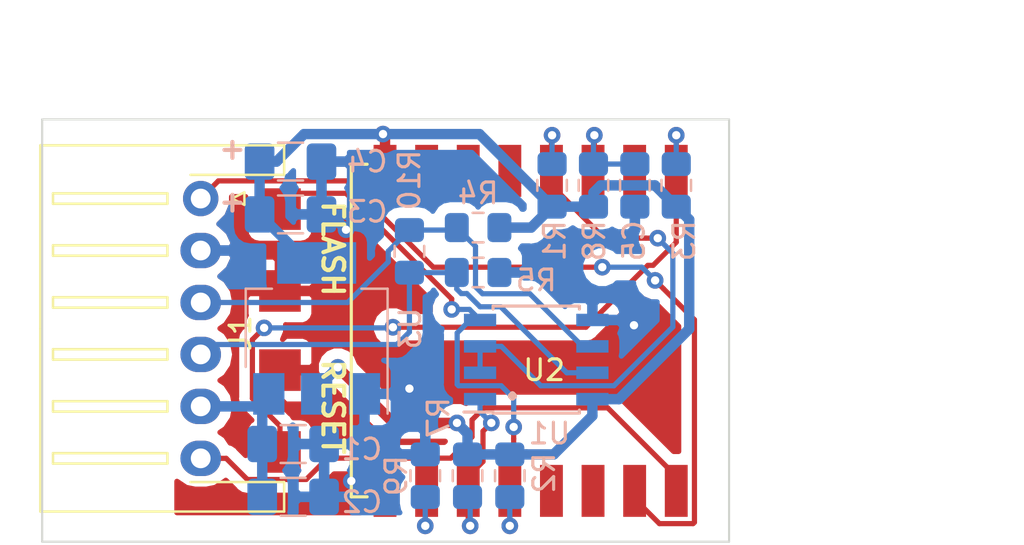
<source format=kicad_pcb>
(kicad_pcb (version 20171130) (host pcbnew 5.0.0)

  (general
    (thickness 1.6)
    (drawings 11)
    (tracks 181)
    (zones 0)
    (modules 20)
    (nets 20)
  )

  (page A4)
  (layers
    (0 F.Cu signal)
    (31 B.Cu signal)
    (32 B.Adhes user)
    (33 F.Adhes user)
    (34 B.Paste user)
    (35 F.Paste user)
    (36 B.SilkS user)
    (37 F.SilkS user)
    (38 B.Mask user)
    (39 F.Mask user)
    (40 Dwgs.User user)
    (41 Cmts.User user)
    (42 Eco1.User user)
    (43 Eco2.User user)
    (44 Edge.Cuts user)
    (45 Margin user)
    (46 B.CrtYd user)
    (47 F.CrtYd user)
    (48 B.Fab user)
    (49 F.Fab user)
  )

  (setup
    (last_trace_width 0.25)
    (trace_clearance 0.2)
    (zone_clearance 0.508)
    (zone_45_only no)
    (trace_min 0.2)
    (segment_width 0.2)
    (edge_width 0.1)
    (via_size 0.8)
    (via_drill 0.4)
    (via_min_size 0.4)
    (via_min_drill 0.3)
    (uvia_size 0.3)
    (uvia_drill 0.1)
    (uvias_allowed no)
    (uvia_min_size 0.2)
    (uvia_min_drill 0.1)
    (pcb_text_width 0.3)
    (pcb_text_size 1.5 1.5)
    (mod_edge_width 0.15)
    (mod_text_size 1 1)
    (mod_text_width 0.15)
    (pad_size 1.7 1.7)
    (pad_drill 0.95)
    (pad_to_mask_clearance 0)
    (aux_axis_origin 0 0)
    (visible_elements FFFFFF7F)
    (pcbplotparams
      (layerselection 0x010fc_ffffffff)
      (usegerberextensions false)
      (usegerberattributes false)
      (usegerberadvancedattributes false)
      (creategerberjobfile false)
      (excludeedgelayer true)
      (linewidth 0.100000)
      (plotframeref false)
      (viasonmask false)
      (mode 1)
      (useauxorigin false)
      (hpglpennumber 1)
      (hpglpenspeed 20)
      (hpglpendiameter 15.000000)
      (psnegative false)
      (psa4output false)
      (plotreference true)
      (plotvalue true)
      (plotinvisibletext false)
      (padsonsilk false)
      (subtractmaskfromsilk false)
      (outputformat 1)
      (mirror false)
      (drillshape 1)
      (scaleselection 1)
      (outputdirectory ""))
  )

  (net 0 "")
  (net 1 VCC)
  (net 2 GND)
  (net 3 +3V3)
  (net 4 "Net-(U2-Pad2)")
  (net 5 "Net-(U2-Pad5)")
  (net 6 "Net-(U2-Pad6)")
  (net 7 "Net-(U2-Pad7)")
  (net 8 "Net-(U2-Pad13)")
  (net 9 "Net-(U2-Pad14)")
  (net 10 /TXD)
  (net 11 /RXD)
  (net 12 /IO2)
  (net 13 /RESET)
  (net 14 /IO0)
  (net 15 /IO16)
  (net 16 /IO15)
  (net 17 /A)
  (net 18 /B)
  (net 19 /EN)

  (net_class Default "これはデフォルトのネット クラスです。"
    (clearance 0.2)
    (trace_width 0.25)
    (via_dia 0.8)
    (via_drill 0.4)
    (uvia_dia 0.3)
    (uvia_drill 0.1)
    (add_net /A)
    (add_net /B)
    (add_net /EN)
    (add_net /IO0)
    (add_net /IO15)
    (add_net /IO16)
    (add_net /IO2)
    (add_net /RESET)
    (add_net /RXD)
    (add_net /TXD)
    (add_net "Net-(U2-Pad13)")
    (add_net "Net-(U2-Pad14)")
    (add_net "Net-(U2-Pad2)")
    (add_net "Net-(U2-Pad5)")
    (add_net "Net-(U2-Pad6)")
    (add_net "Net-(U2-Pad7)")
  )

  (net_class Power ""
    (clearance 0.2)
    (trace_width 0.5)
    (via_dia 0.8)
    (via_drill 0.4)
    (uvia_dia 0.3)
    (uvia_drill 0.1)
    (add_net +3V3)
    (add_net GND)
    (add_net VCC)
  )

  (module ESP8266:ESP-12E_SMD_NO_UNUSED_PAD (layer F.Cu) (tedit 5BA2F004) (tstamp 5BA45F9A)
    (at 137.16 111.125 270)
    (descr "Module, ESP-8266, ESP-12, 16 pad, SMD")
    (tags "Module ESP-8266 ESP8266")
    (path /5B923A7D)
    (fp_text reference U2 (at 8.89 6.35) (layer F.SilkS)
      (effects (font (size 1 1) (thickness 0.15)))
    )
    (fp_text value ESP-12F (at 5.08 6.35) (layer F.Fab) hide
      (effects (font (size 1 1) (thickness 0.15)))
    )
    (fp_line (start -1.008 -8.4) (end 14.992 -8.4) (layer F.Fab) (width 0.05))
    (fp_line (start -1.008 15.6) (end -1.008 -8.4) (layer F.Fab) (width 0.05))
    (fp_line (start 14.992 15.6) (end -1.008 15.6) (layer F.Fab) (width 0.05))
    (fp_line (start 15 -8.4) (end 15 15.6) (layer F.Fab) (width 0.05))
    (fp_line (start -1.008 -2.6) (end 14.992 -2.6) (layer F.CrtYd) (width 0.1524))
    (fp_text user "No Copper" (at 6.892 -5.4 270) (layer F.CrtYd)
      (effects (font (size 1 1) (thickness 0.15)))
    )
    (fp_line (start -1.008 -8.4) (end 14.992 -2.6) (layer F.CrtYd) (width 0.1524))
    (fp_line (start 14.992 -8.4) (end -1.008 -2.6) (layer F.CrtYd) (width 0.1524))
    (fp_line (start 14.986 15.621) (end 14.986 14.859) (layer F.SilkS) (width 0.1524))
    (fp_line (start -1.016 15.621) (end 14.986 15.621) (layer F.SilkS) (width 0.1524))
    (fp_line (start -1.016 14.859) (end -1.016 15.621) (layer F.SilkS) (width 0.1524))
    (fp_line (start -1.016 -8.382) (end -1.016 -1.016) (layer F.CrtYd) (width 0.1524))
    (fp_line (start 14.986 -8.382) (end 14.986 -0.889) (layer F.CrtYd) (width 0.1524))
    (fp_line (start -1.016 -8.382) (end 14.986 -8.382) (layer F.CrtYd) (width 0.1524))
    (fp_line (start -2.25 16) (end -2.25 -0.5) (layer F.CrtYd) (width 0.05))
    (fp_line (start 16.25 16) (end -2.25 16) (layer F.CrtYd) (width 0.05))
    (fp_line (start 16.25 -8.75) (end 16.25 16) (layer F.CrtYd) (width 0.05))
    (fp_line (start 15.25 -8.75) (end 16.25 -8.75) (layer F.CrtYd) (width 0.05))
    (fp_line (start -2.25 -8.75) (end 15.25 -8.75) (layer F.CrtYd) (width 0.05))
    (fp_line (start -2.25 -0.5) (end -2.25 -8.75) (layer F.CrtYd) (width 0.05))
    (pad 16 smd rect (at 14 0 270) (size 2.5 1.1) (drill (offset 0.7 0)) (layers F.Cu F.Paste F.Mask)
      (net 10 /TXD))
    (pad 15 smd rect (at 14 2 270) (size 2.5 1.1) (drill (offset 0.7 0)) (layers F.Cu F.Paste F.Mask)
      (net 11 /RXD))
    (pad 14 smd rect (at 14 4 270) (size 2.5 1.1) (drill (offset 0.7 0)) (layers F.Cu F.Paste F.Mask)
      (net 9 "Net-(U2-Pad14)"))
    (pad 13 smd rect (at 14 6 270) (size 2.5 1.1) (drill (offset 0.7 0)) (layers F.Cu F.Paste F.Mask)
      (net 8 "Net-(U2-Pad13)"))
    (pad 12 smd rect (at 14 8 270) (size 2.5 1.1) (drill (offset 0.7 0)) (layers F.Cu F.Paste F.Mask)
      (net 14 /IO0))
    (pad 11 smd rect (at 14 10 270) (size 2.5 1.1) (drill (offset 0.7 0)) (layers F.Cu F.Paste F.Mask)
      (net 12 /IO2))
    (pad 10 smd rect (at 14 12 270) (size 2.5 1.1) (drill (offset 0.7 0)) (layers F.Cu F.Paste F.Mask)
      (net 16 /IO15))
    (pad 9 smd rect (at 14 14 270) (size 2.5 1.1) (drill (offset 0.7 0)) (layers F.Cu F.Paste F.Mask)
      (net 2 GND))
    (pad 8 smd rect (at 0 14 270) (size 2.5 1.1) (drill (offset -0.7 0)) (layers F.Cu F.Paste F.Mask)
      (net 3 +3V3))
    (pad 7 smd rect (at 0 12 270) (size 2.5 1.1) (drill (offset -0.7 0)) (layers F.Cu F.Paste F.Mask)
      (net 7 "Net-(U2-Pad7)"))
    (pad 6 smd rect (at 0 10 270) (size 2.5 1.1) (drill (offset -0.7 0)) (layers F.Cu F.Paste F.Mask)
      (net 6 "Net-(U2-Pad6)"))
    (pad 5 smd rect (at 0 8 270) (size 2.5 1.1) (drill (offset -0.7 0)) (layers F.Cu F.Paste F.Mask)
      (net 5 "Net-(U2-Pad5)"))
    (pad 4 smd rect (at 0 6 270) (size 2.5 1.1) (drill (offset -0.7 0)) (layers F.Cu F.Paste F.Mask)
      (net 15 /IO16))
    (pad 3 smd rect (at 0 4 270) (size 2.5 1.1) (drill (offset -0.7 0)) (layers F.Cu F.Paste F.Mask)
      (net 19 /EN))
    (pad 2 smd rect (at 0 2 270) (size 2.5 1.1) (drill (offset -0.7 0)) (layers F.Cu F.Paste F.Mask)
      (net 4 "Net-(U2-Pad2)"))
    (pad 1 smd rect (at 0 0 270) (size 2.5 1.1) (drill (offset -0.7 0)) (layers F.Cu F.Paste F.Mask)
      (net 13 /RESET))
    (model ${ESPLIB}/ESP8266.3dshapes/ESP-12.wrl
      (at (xyz 0 0 0))
      (scale (xyz 0.3937 0.3937 0.3937))
      (rotate (xyz 0 0 0))
    )
  )

  (module Resistor_SMD:R_0805_2012Metric_Pad1.15x1.40mm_HandSolder (layer B.Cu) (tedit 5B36C52B) (tstamp 5BA45EEE)
    (at 127.635 113.157 180)
    (descr "Resistor SMD 0805 (2012 Metric), square (rectangular) end terminal, IPC_7351 nominal with elongated pad for handsoldering. (Body size source: https://docs.google.com/spreadsheets/d/1BsfQQcO9C6DZCsRaXUlFlo91Tg2WpOkGARC1WS5S8t0/edit?usp=sharing), generated with kicad-footprint-generator")
    (tags "resistor handsolder")
    (path /5B9244E1)
    (attr smd)
    (fp_text reference R4 (at 0 1.65 180) (layer B.SilkS)
      (effects (font (size 1 1) (thickness 0.15)) (justify mirror))
    )
    (fp_text value 20K (at 0 -1.65 180) (layer B.Fab)
      (effects (font (size 1 1) (thickness 0.15)) (justify mirror))
    )
    (fp_text user %R (at 0 0 180) (layer B.Fab)
      (effects (font (size 0.5 0.5) (thickness 0.08)) (justify mirror))
    )
    (fp_line (start 1.85 -0.95) (end -1.85 -0.95) (layer B.CrtYd) (width 0.05))
    (fp_line (start 1.85 0.95) (end 1.85 -0.95) (layer B.CrtYd) (width 0.05))
    (fp_line (start -1.85 0.95) (end 1.85 0.95) (layer B.CrtYd) (width 0.05))
    (fp_line (start -1.85 -0.95) (end -1.85 0.95) (layer B.CrtYd) (width 0.05))
    (fp_line (start -0.261252 -0.71) (end 0.261252 -0.71) (layer B.SilkS) (width 0.12))
    (fp_line (start -0.261252 0.71) (end 0.261252 0.71) (layer B.SilkS) (width 0.12))
    (fp_line (start 1 -0.6) (end -1 -0.6) (layer B.Fab) (width 0.1))
    (fp_line (start 1 0.6) (end 1 -0.6) (layer B.Fab) (width 0.1))
    (fp_line (start -1 0.6) (end 1 0.6) (layer B.Fab) (width 0.1))
    (fp_line (start -1 -0.6) (end -1 0.6) (layer B.Fab) (width 0.1))
    (pad 2 smd roundrect (at 1.025 0 180) (size 1.15 1.4) (layers B.Cu B.Paste B.Mask) (roundrect_rratio 0.217391)
      (net 17 /A))
    (pad 1 smd roundrect (at -1.025 0 180) (size 1.15 1.4) (layers B.Cu B.Paste B.Mask) (roundrect_rratio 0.217391)
      (net 3 +3V3))
    (model ${KISYS3DMOD}/Resistor_SMD.3dshapes/R_0805_2012Metric.wrl
      (at (xyz 0 0 0))
      (scale (xyz 1 1 1))
      (rotate (xyz 0 0 0))
    )
  )

  (module Capacitor_SMD:C_1206_3216Metric_Pad1.42x1.75mm_HandSolder (layer B.Cu) (tedit 5B301BBE) (tstamp 5BA45E26)
    (at 118.745 123.571)
    (descr "Capacitor SMD 1206 (3216 Metric), square (rectangular) end terminal, IPC_7351 nominal with elongated pad for handsoldering. (Body size source: http://www.tortai-tech.com/upload/download/2011102023233369053.pdf), generated with kicad-footprint-generator")
    (tags "capacitor handsolder")
    (path /5BA86A4D)
    (attr smd)
    (fp_text reference C1 (at 3.302 0.254) (layer B.SilkS)
      (effects (font (size 1 1) (thickness 0.15)) (justify mirror))
    )
    (fp_text value C (at 0 -1.82) (layer B.Fab)
      (effects (font (size 1 1) (thickness 0.15)) (justify mirror))
    )
    (fp_line (start -1.6 -0.8) (end -1.6 0.8) (layer B.Fab) (width 0.1))
    (fp_line (start -1.6 0.8) (end 1.6 0.8) (layer B.Fab) (width 0.1))
    (fp_line (start 1.6 0.8) (end 1.6 -0.8) (layer B.Fab) (width 0.1))
    (fp_line (start 1.6 -0.8) (end -1.6 -0.8) (layer B.Fab) (width 0.1))
    (fp_line (start -0.602064 0.91) (end 0.602064 0.91) (layer B.SilkS) (width 0.12))
    (fp_line (start -0.602064 -0.91) (end 0.602064 -0.91) (layer B.SilkS) (width 0.12))
    (fp_line (start -2.45 -1.12) (end -2.45 1.12) (layer B.CrtYd) (width 0.05))
    (fp_line (start -2.45 1.12) (end 2.45 1.12) (layer B.CrtYd) (width 0.05))
    (fp_line (start 2.45 1.12) (end 2.45 -1.12) (layer B.CrtYd) (width 0.05))
    (fp_line (start 2.45 -1.12) (end -2.45 -1.12) (layer B.CrtYd) (width 0.05))
    (fp_text user %R (at 0 0) (layer B.Fab)
      (effects (font (size 0.8 0.8) (thickness 0.12)) (justify mirror))
    )
    (pad 1 smd roundrect (at -1.4875 0) (size 1.425 1.75) (layers B.Cu B.Paste B.Mask) (roundrect_rratio 0.175439)
      (net 1 VCC))
    (pad 2 smd roundrect (at 1.4875 0) (size 1.425 1.75) (layers B.Cu B.Paste B.Mask) (roundrect_rratio 0.175439)
      (net 2 GND))
    (model ${KISYS3DMOD}/Capacitor_SMD.3dshapes/C_1206_3216Metric.wrl
      (at (xyz 0 0 0))
      (scale (xyz 1 1 1))
      (rotate (xyz 0 0 0))
    )
  )

  (module Capacitor_SMD:C_1206_3216Metric_Pad1.42x1.75mm_HandSolder (layer B.Cu) (tedit 5B301BBE) (tstamp 5BA45E37)
    (at 118.745 126.111)
    (descr "Capacitor SMD 1206 (3216 Metric), square (rectangular) end terminal, IPC_7351 nominal with elongated pad for handsoldering. (Body size source: http://www.tortai-tech.com/upload/download/2011102023233369053.pdf), generated with kicad-footprint-generator")
    (tags "capacitor handsolder")
    (path /5BA86B48)
    (attr smd)
    (fp_text reference C2 (at 3.302 0.254) (layer B.SilkS)
      (effects (font (size 1 1) (thickness 0.15)) (justify mirror))
    )
    (fp_text value C (at 0 -1.82) (layer B.Fab)
      (effects (font (size 1 1) (thickness 0.15)) (justify mirror))
    )
    (fp_text user %R (at 0 0) (layer B.Fab)
      (effects (font (size 0.8 0.8) (thickness 0.12)) (justify mirror))
    )
    (fp_line (start 2.45 -1.12) (end -2.45 -1.12) (layer B.CrtYd) (width 0.05))
    (fp_line (start 2.45 1.12) (end 2.45 -1.12) (layer B.CrtYd) (width 0.05))
    (fp_line (start -2.45 1.12) (end 2.45 1.12) (layer B.CrtYd) (width 0.05))
    (fp_line (start -2.45 -1.12) (end -2.45 1.12) (layer B.CrtYd) (width 0.05))
    (fp_line (start -0.602064 -0.91) (end 0.602064 -0.91) (layer B.SilkS) (width 0.12))
    (fp_line (start -0.602064 0.91) (end 0.602064 0.91) (layer B.SilkS) (width 0.12))
    (fp_line (start 1.6 -0.8) (end -1.6 -0.8) (layer B.Fab) (width 0.1))
    (fp_line (start 1.6 0.8) (end 1.6 -0.8) (layer B.Fab) (width 0.1))
    (fp_line (start -1.6 0.8) (end 1.6 0.8) (layer B.Fab) (width 0.1))
    (fp_line (start -1.6 -0.8) (end -1.6 0.8) (layer B.Fab) (width 0.1))
    (pad 2 smd roundrect (at 1.4875 0) (size 1.425 1.75) (layers B.Cu B.Paste B.Mask) (roundrect_rratio 0.175439)
      (net 2 GND))
    (pad 1 smd roundrect (at -1.4875 0) (size 1.425 1.75) (layers B.Cu B.Paste B.Mask) (roundrect_rratio 0.175439)
      (net 1 VCC))
    (model ${KISYS3DMOD}/Capacitor_SMD.3dshapes/C_1206_3216Metric.wrl
      (at (xyz 0 0 0))
      (scale (xyz 1 1 1))
      (rotate (xyz 0 0 0))
    )
  )

  (module Capacitor_SMD:C_1206_3216Metric_Pad1.42x1.75mm_HandSolder (layer B.Cu) (tedit 5B301BBE) (tstamp 5BA45E48)
    (at 118.618 112.522)
    (descr "Capacitor SMD 1206 (3216 Metric), square (rectangular) end terminal, IPC_7351 nominal with elongated pad for handsoldering. (Body size source: http://www.tortai-tech.com/upload/download/2011102023233369053.pdf), generated with kicad-footprint-generator")
    (tags "capacitor handsolder")
    (path /5BA86C88)
    (attr smd)
    (fp_text reference C3 (at 3.683 -0.127) (layer B.SilkS)
      (effects (font (size 1 1) (thickness 0.15)) (justify mirror))
    )
    (fp_text value C (at 0 -1.82) (layer B.Fab)
      (effects (font (size 1 1) (thickness 0.15)) (justify mirror))
    )
    (fp_line (start -1.6 -0.8) (end -1.6 0.8) (layer B.Fab) (width 0.1))
    (fp_line (start -1.6 0.8) (end 1.6 0.8) (layer B.Fab) (width 0.1))
    (fp_line (start 1.6 0.8) (end 1.6 -0.8) (layer B.Fab) (width 0.1))
    (fp_line (start 1.6 -0.8) (end -1.6 -0.8) (layer B.Fab) (width 0.1))
    (fp_line (start -0.602064 0.91) (end 0.602064 0.91) (layer B.SilkS) (width 0.12))
    (fp_line (start -0.602064 -0.91) (end 0.602064 -0.91) (layer B.SilkS) (width 0.12))
    (fp_line (start -2.45 -1.12) (end -2.45 1.12) (layer B.CrtYd) (width 0.05))
    (fp_line (start -2.45 1.12) (end 2.45 1.12) (layer B.CrtYd) (width 0.05))
    (fp_line (start 2.45 1.12) (end 2.45 -1.12) (layer B.CrtYd) (width 0.05))
    (fp_line (start 2.45 -1.12) (end -2.45 -1.12) (layer B.CrtYd) (width 0.05))
    (fp_text user %R (at 0 0) (layer B.Fab)
      (effects (font (size 0.8 0.8) (thickness 0.12)) (justify mirror))
    )
    (pad 1 smd roundrect (at -1.4875 0) (size 1.425 1.75) (layers B.Cu B.Paste B.Mask) (roundrect_rratio 0.175439)
      (net 3 +3V3))
    (pad 2 smd roundrect (at 1.4875 0) (size 1.425 1.75) (layers B.Cu B.Paste B.Mask) (roundrect_rratio 0.175439)
      (net 2 GND))
    (model ${KISYS3DMOD}/Capacitor_SMD.3dshapes/C_1206_3216Metric.wrl
      (at (xyz 0 0 0))
      (scale (xyz 1 1 1))
      (rotate (xyz 0 0 0))
    )
  )

  (module Capacitor_SMD:C_1206_3216Metric_Pad1.42x1.75mm_HandSolder (layer B.Cu) (tedit 5B301BBE) (tstamp 5BA45E59)
    (at 118.618 109.982)
    (descr "Capacitor SMD 1206 (3216 Metric), square (rectangular) end terminal, IPC_7351 nominal with elongated pad for handsoldering. (Body size source: http://www.tortai-tech.com/upload/download/2011102023233369053.pdf), generated with kicad-footprint-generator")
    (tags "capacitor handsolder")
    (path /5BA86D43)
    (attr smd)
    (fp_text reference C4 (at 3.683 0) (layer B.SilkS)
      (effects (font (size 1 1) (thickness 0.15)) (justify mirror))
    )
    (fp_text value C (at 0 -1.82) (layer B.Fab)
      (effects (font (size 1 1) (thickness 0.15)) (justify mirror))
    )
    (fp_text user %R (at 0 0) (layer B.Fab)
      (effects (font (size 0.8 0.8) (thickness 0.12)) (justify mirror))
    )
    (fp_line (start 2.45 -1.12) (end -2.45 -1.12) (layer B.CrtYd) (width 0.05))
    (fp_line (start 2.45 1.12) (end 2.45 -1.12) (layer B.CrtYd) (width 0.05))
    (fp_line (start -2.45 1.12) (end 2.45 1.12) (layer B.CrtYd) (width 0.05))
    (fp_line (start -2.45 -1.12) (end -2.45 1.12) (layer B.CrtYd) (width 0.05))
    (fp_line (start -0.602064 -0.91) (end 0.602064 -0.91) (layer B.SilkS) (width 0.12))
    (fp_line (start -0.602064 0.91) (end 0.602064 0.91) (layer B.SilkS) (width 0.12))
    (fp_line (start 1.6 -0.8) (end -1.6 -0.8) (layer B.Fab) (width 0.1))
    (fp_line (start 1.6 0.8) (end 1.6 -0.8) (layer B.Fab) (width 0.1))
    (fp_line (start -1.6 0.8) (end 1.6 0.8) (layer B.Fab) (width 0.1))
    (fp_line (start -1.6 -0.8) (end -1.6 0.8) (layer B.Fab) (width 0.1))
    (pad 2 smd roundrect (at 1.4875 0) (size 1.425 1.75) (layers B.Cu B.Paste B.Mask) (roundrect_rratio 0.175439)
      (net 2 GND))
    (pad 1 smd roundrect (at -1.4875 0) (size 1.425 1.75) (layers B.Cu B.Paste B.Mask) (roundrect_rratio 0.175439)
      (net 3 +3V3))
    (model ${KISYS3DMOD}/Capacitor_SMD.3dshapes/C_1206_3216Metric.wrl
      (at (xyz 0 0 0))
      (scale (xyz 1 1 1))
      (rotate (xyz 0 0 0))
    )
  )

  (module Capacitor_SMD:C_0805_2012Metric_Pad1.15x1.40mm_HandSolder (layer B.Cu) (tedit 5B36C52B) (tstamp 5BA45E6A)
    (at 135.170332 111.125 270)
    (descr "Capacitor SMD 0805 (2012 Metric), square (rectangular) end terminal, IPC_7351 nominal with elongated pad for handsoldering. (Body size source: https://docs.google.com/spreadsheets/d/1BsfQQcO9C6DZCsRaXUlFlo91Tg2WpOkGARC1WS5S8t0/edit?usp=sharing), generated with kicad-footprint-generator")
    (tags "capacitor handsolder")
    (path /5BA20D2D)
    (attr smd)
    (fp_text reference C5 (at 2.667 0.042332 270) (layer B.SilkS)
      (effects (font (size 1 1) (thickness 0.15)) (justify mirror))
    )
    (fp_text value C (at 0 -1.65 270) (layer B.Fab)
      (effects (font (size 1 1) (thickness 0.15)) (justify mirror))
    )
    (fp_line (start -1 -0.6) (end -1 0.6) (layer B.Fab) (width 0.1))
    (fp_line (start -1 0.6) (end 1 0.6) (layer B.Fab) (width 0.1))
    (fp_line (start 1 0.6) (end 1 -0.6) (layer B.Fab) (width 0.1))
    (fp_line (start 1 -0.6) (end -1 -0.6) (layer B.Fab) (width 0.1))
    (fp_line (start -0.261252 0.71) (end 0.261252 0.71) (layer B.SilkS) (width 0.12))
    (fp_line (start -0.261252 -0.71) (end 0.261252 -0.71) (layer B.SilkS) (width 0.12))
    (fp_line (start -1.85 -0.95) (end -1.85 0.95) (layer B.CrtYd) (width 0.05))
    (fp_line (start -1.85 0.95) (end 1.85 0.95) (layer B.CrtYd) (width 0.05))
    (fp_line (start 1.85 0.95) (end 1.85 -0.95) (layer B.CrtYd) (width 0.05))
    (fp_line (start 1.85 -0.95) (end -1.85 -0.95) (layer B.CrtYd) (width 0.05))
    (fp_text user %R (at 0 0 270) (layer B.Fab)
      (effects (font (size 0.5 0.5) (thickness 0.08)) (justify mirror))
    )
    (pad 1 smd roundrect (at -1.025 0 270) (size 1.15 1.4) (layers B.Cu B.Paste B.Mask) (roundrect_rratio 0.217391)
      (net 19 /EN))
    (pad 2 smd roundrect (at 1.025 0 270) (size 1.15 1.4) (layers B.Cu B.Paste B.Mask) (roundrect_rratio 0.217391)
      (net 2 GND))
    (model ${KISYS3DMOD}/Capacitor_SMD.3dshapes/C_0805_2012Metric.wrl
      (at (xyz 0 0 0))
      (scale (xyz 1 1 1))
      (rotate (xyz 0 0 0))
    )
  )

  (module Resistor_SMD:R_0805_2012Metric_Pad1.15x1.40mm_HandSolder (layer B.Cu) (tedit 5B36C52B) (tstamp 5BA45EBB)
    (at 133.180666 111.125 270)
    (descr "Resistor SMD 0805 (2012 Metric), square (rectangular) end terminal, IPC_7351 nominal with elongated pad for handsoldering. (Body size source: https://docs.google.com/spreadsheets/d/1BsfQQcO9C6DZCsRaXUlFlo91Tg2WpOkGARC1WS5S8t0/edit?usp=sharing), generated with kicad-footprint-generator")
    (tags "resistor handsolder")
    (path /5B923C52)
    (attr smd)
    (fp_text reference R1 (at 2.667 1.862666 270) (layer B.SilkS)
      (effects (font (size 1 1) (thickness 0.15)) (justify mirror))
    )
    (fp_text value 10K (at 0 -1.65 270) (layer B.Fab)
      (effects (font (size 1 1) (thickness 0.15)) (justify mirror))
    )
    (fp_line (start -1 -0.6) (end -1 0.6) (layer B.Fab) (width 0.1))
    (fp_line (start -1 0.6) (end 1 0.6) (layer B.Fab) (width 0.1))
    (fp_line (start 1 0.6) (end 1 -0.6) (layer B.Fab) (width 0.1))
    (fp_line (start 1 -0.6) (end -1 -0.6) (layer B.Fab) (width 0.1))
    (fp_line (start -0.261252 0.71) (end 0.261252 0.71) (layer B.SilkS) (width 0.12))
    (fp_line (start -0.261252 -0.71) (end 0.261252 -0.71) (layer B.SilkS) (width 0.12))
    (fp_line (start -1.85 -0.95) (end -1.85 0.95) (layer B.CrtYd) (width 0.05))
    (fp_line (start -1.85 0.95) (end 1.85 0.95) (layer B.CrtYd) (width 0.05))
    (fp_line (start 1.85 0.95) (end 1.85 -0.95) (layer B.CrtYd) (width 0.05))
    (fp_line (start 1.85 -0.95) (end -1.85 -0.95) (layer B.CrtYd) (width 0.05))
    (fp_text user %R (at 0 0 270) (layer B.Fab)
      (effects (font (size 0.5 0.5) (thickness 0.08)) (justify mirror))
    )
    (pad 1 smd roundrect (at -1.025 0 270) (size 1.15 1.4) (layers B.Cu B.Paste B.Mask) (roundrect_rratio 0.217391)
      (net 19 /EN))
    (pad 2 smd roundrect (at 1.025 0 270) (size 1.15 1.4) (layers B.Cu B.Paste B.Mask) (roundrect_rratio 0.217391)
      (net 3 +3V3))
    (model ${KISYS3DMOD}/Resistor_SMD.3dshapes/R_0805_2012Metric.wrl
      (at (xyz 0 0 0))
      (scale (xyz 1 1 1))
      (rotate (xyz 0 0 0))
    )
  )

  (module Resistor_SMD:R_0805_2012Metric_Pad1.15x1.40mm_HandSolder (layer B.Cu) (tedit 5B36C52B) (tstamp 5BA45ECC)
    (at 127.127 125.095 90)
    (descr "Resistor SMD 0805 (2012 Metric), square (rectangular) end terminal, IPC_7351 nominal with elongated pad for handsoldering. (Body size source: https://docs.google.com/spreadsheets/d/1BsfQQcO9C6DZCsRaXUlFlo91Tg2WpOkGARC1WS5S8t0/edit?usp=sharing), generated with kicad-footprint-generator")
    (tags "resistor handsolder")
    (path /5B923CFF)
    (attr smd)
    (fp_text reference R2 (at 0.127 3.683 90) (layer B.SilkS)
      (effects (font (size 1 1) (thickness 0.15)) (justify mirror))
    )
    (fp_text value 10K (at 0 -1.65 90) (layer B.Fab)
      (effects (font (size 1 1) (thickness 0.15)) (justify mirror))
    )
    (fp_text user %R (at 0 0 90) (layer B.Fab)
      (effects (font (size 0.5 0.5) (thickness 0.08)) (justify mirror))
    )
    (fp_line (start 1.85 -0.95) (end -1.85 -0.95) (layer B.CrtYd) (width 0.05))
    (fp_line (start 1.85 0.95) (end 1.85 -0.95) (layer B.CrtYd) (width 0.05))
    (fp_line (start -1.85 0.95) (end 1.85 0.95) (layer B.CrtYd) (width 0.05))
    (fp_line (start -1.85 -0.95) (end -1.85 0.95) (layer B.CrtYd) (width 0.05))
    (fp_line (start -0.261252 -0.71) (end 0.261252 -0.71) (layer B.SilkS) (width 0.12))
    (fp_line (start -0.261252 0.71) (end 0.261252 0.71) (layer B.SilkS) (width 0.12))
    (fp_line (start 1 -0.6) (end -1 -0.6) (layer B.Fab) (width 0.1))
    (fp_line (start 1 0.6) (end 1 -0.6) (layer B.Fab) (width 0.1))
    (fp_line (start -1 0.6) (end 1 0.6) (layer B.Fab) (width 0.1))
    (fp_line (start -1 -0.6) (end -1 0.6) (layer B.Fab) (width 0.1))
    (pad 2 smd roundrect (at 1.025 0 90) (size 1.15 1.4) (layers B.Cu B.Paste B.Mask) (roundrect_rratio 0.217391)
      (net 3 +3V3))
    (pad 1 smd roundrect (at -1.025 0 90) (size 1.15 1.4) (layers B.Cu B.Paste B.Mask) (roundrect_rratio 0.217391)
      (net 12 /IO2))
    (model ${KISYS3DMOD}/Resistor_SMD.3dshapes/R_0805_2012Metric.wrl
      (at (xyz 0 0 0))
      (scale (xyz 1 1 1))
      (rotate (xyz 0 0 0))
    )
  )

  (module Resistor_SMD:R_0805_2012Metric_Pad1.15x1.40mm_HandSolder (layer B.Cu) (tedit 5B36C52B) (tstamp 5BA45EDD)
    (at 137.16 111.125 270)
    (descr "Resistor SMD 0805 (2012 Metric), square (rectangular) end terminal, IPC_7351 nominal with elongated pad for handsoldering. (Body size source: https://docs.google.com/spreadsheets/d/1BsfQQcO9C6DZCsRaXUlFlo91Tg2WpOkGARC1WS5S8t0/edit?usp=sharing), generated with kicad-footprint-generator")
    (tags "resistor handsolder")
    (path /5B923D91)
    (attr smd)
    (fp_text reference R3 (at 2.667 -0.381 270) (layer B.SilkS)
      (effects (font (size 1 1) (thickness 0.15)) (justify mirror))
    )
    (fp_text value 10K (at 0 -1.65 270) (layer B.Fab)
      (effects (font (size 1 1) (thickness 0.15)) (justify mirror))
    )
    (fp_line (start -1 -0.6) (end -1 0.6) (layer B.Fab) (width 0.1))
    (fp_line (start -1 0.6) (end 1 0.6) (layer B.Fab) (width 0.1))
    (fp_line (start 1 0.6) (end 1 -0.6) (layer B.Fab) (width 0.1))
    (fp_line (start 1 -0.6) (end -1 -0.6) (layer B.Fab) (width 0.1))
    (fp_line (start -0.261252 0.71) (end 0.261252 0.71) (layer B.SilkS) (width 0.12))
    (fp_line (start -0.261252 -0.71) (end 0.261252 -0.71) (layer B.SilkS) (width 0.12))
    (fp_line (start -1.85 -0.95) (end -1.85 0.95) (layer B.CrtYd) (width 0.05))
    (fp_line (start -1.85 0.95) (end 1.85 0.95) (layer B.CrtYd) (width 0.05))
    (fp_line (start 1.85 0.95) (end 1.85 -0.95) (layer B.CrtYd) (width 0.05))
    (fp_line (start 1.85 -0.95) (end -1.85 -0.95) (layer B.CrtYd) (width 0.05))
    (fp_text user %R (at 0 0 270) (layer B.Fab)
      (effects (font (size 0.5 0.5) (thickness 0.08)) (justify mirror))
    )
    (pad 1 smd roundrect (at -1.025 0 270) (size 1.15 1.4) (layers B.Cu B.Paste B.Mask) (roundrect_rratio 0.217391)
      (net 13 /RESET))
    (pad 2 smd roundrect (at 1.025 0 270) (size 1.15 1.4) (layers B.Cu B.Paste B.Mask) (roundrect_rratio 0.217391)
      (net 3 +3V3))
    (model ${KISYS3DMOD}/Resistor_SMD.3dshapes/R_0805_2012Metric.wrl
      (at (xyz 0 0 0))
      (scale (xyz 1 1 1))
      (rotate (xyz 0 0 0))
    )
  )

  (module Resistor_SMD:R_0805_2012Metric_Pad1.15x1.40mm_HandSolder (layer B.Cu) (tedit 5B36C52B) (tstamp 5BA45EFF)
    (at 127.635 115.316)
    (descr "Resistor SMD 0805 (2012 Metric), square (rectangular) end terminal, IPC_7351 nominal with elongated pad for handsoldering. (Body size source: https://docs.google.com/spreadsheets/d/1BsfQQcO9C6DZCsRaXUlFlo91Tg2WpOkGARC1WS5S8t0/edit?usp=sharing), generated with kicad-footprint-generator")
    (tags "resistor handsolder")
    (path /5B9244E7)
    (attr smd)
    (fp_text reference R5 (at 2.794 0.381) (layer B.SilkS)
      (effects (font (size 1 1) (thickness 0.15)) (justify mirror))
    )
    (fp_text value 20K (at 0 -1.65) (layer B.Fab)
      (effects (font (size 1 1) (thickness 0.15)) (justify mirror))
    )
    (fp_line (start -1 -0.6) (end -1 0.6) (layer B.Fab) (width 0.1))
    (fp_line (start -1 0.6) (end 1 0.6) (layer B.Fab) (width 0.1))
    (fp_line (start 1 0.6) (end 1 -0.6) (layer B.Fab) (width 0.1))
    (fp_line (start 1 -0.6) (end -1 -0.6) (layer B.Fab) (width 0.1))
    (fp_line (start -0.261252 0.71) (end 0.261252 0.71) (layer B.SilkS) (width 0.12))
    (fp_line (start -0.261252 -0.71) (end 0.261252 -0.71) (layer B.SilkS) (width 0.12))
    (fp_line (start -1.85 -0.95) (end -1.85 0.95) (layer B.CrtYd) (width 0.05))
    (fp_line (start -1.85 0.95) (end 1.85 0.95) (layer B.CrtYd) (width 0.05))
    (fp_line (start 1.85 0.95) (end 1.85 -0.95) (layer B.CrtYd) (width 0.05))
    (fp_line (start 1.85 -0.95) (end -1.85 -0.95) (layer B.CrtYd) (width 0.05))
    (fp_text user %R (at 0 0) (layer B.Fab)
      (effects (font (size 0.5 0.5) (thickness 0.08)) (justify mirror))
    )
    (pad 1 smd roundrect (at -1.025 0) (size 1.15 1.4) (layers B.Cu B.Paste B.Mask) (roundrect_rratio 0.217391)
      (net 18 /B))
    (pad 2 smd roundrect (at 1.025 0) (size 1.15 1.4) (layers B.Cu B.Paste B.Mask) (roundrect_rratio 0.217391)
      (net 2 GND))
    (model ${KISYS3DMOD}/Resistor_SMD.3dshapes/R_0805_2012Metric.wrl
      (at (xyz 0 0 0))
      (scale (xyz 1 1 1))
      (rotate (xyz 0 0 0))
    )
  )

  (module Resistor_SMD:R_0805_2012Metric_Pad1.15x1.40mm_HandSolder (layer B.Cu) (tedit 5B36C52B) (tstamp 5BA45F10)
    (at 129.159 125.095 270)
    (descr "Resistor SMD 0805 (2012 Metric), square (rectangular) end terminal, IPC_7351 nominal with elongated pad for handsoldering. (Body size source: https://docs.google.com/spreadsheets/d/1BsfQQcO9C6DZCsRaXUlFlo91Tg2WpOkGARC1WS5S8t0/edit?usp=sharing), generated with kicad-footprint-generator")
    (tags "resistor handsolder")
    (path /5B924085)
    (attr smd)
    (fp_text reference R7 (at -2.794 3.429 270) (layer B.SilkS)
      (effects (font (size 1 1) (thickness 0.15)) (justify mirror))
    )
    (fp_text value 10K (at 0 -1.65 270) (layer B.Fab)
      (effects (font (size 1 1) (thickness 0.15)) (justify mirror))
    )
    (fp_text user %R (at 0 0 270) (layer B.Fab)
      (effects (font (size 0.5 0.5) (thickness 0.08)) (justify mirror))
    )
    (fp_line (start 1.85 -0.95) (end -1.85 -0.95) (layer B.CrtYd) (width 0.05))
    (fp_line (start 1.85 0.95) (end 1.85 -0.95) (layer B.CrtYd) (width 0.05))
    (fp_line (start -1.85 0.95) (end 1.85 0.95) (layer B.CrtYd) (width 0.05))
    (fp_line (start -1.85 -0.95) (end -1.85 0.95) (layer B.CrtYd) (width 0.05))
    (fp_line (start -0.261252 -0.71) (end 0.261252 -0.71) (layer B.SilkS) (width 0.12))
    (fp_line (start -0.261252 0.71) (end 0.261252 0.71) (layer B.SilkS) (width 0.12))
    (fp_line (start 1 -0.6) (end -1 -0.6) (layer B.Fab) (width 0.1))
    (fp_line (start 1 0.6) (end 1 -0.6) (layer B.Fab) (width 0.1))
    (fp_line (start -1 0.6) (end 1 0.6) (layer B.Fab) (width 0.1))
    (fp_line (start -1 -0.6) (end -1 0.6) (layer B.Fab) (width 0.1))
    (pad 2 smd roundrect (at 1.025 0 270) (size 1.15 1.4) (layers B.Cu B.Paste B.Mask) (roundrect_rratio 0.217391)
      (net 14 /IO0))
    (pad 1 smd roundrect (at -1.025 0 270) (size 1.15 1.4) (layers B.Cu B.Paste B.Mask) (roundrect_rratio 0.217391)
      (net 3 +3V3))
    (model ${KISYS3DMOD}/Resistor_SMD.3dshapes/R_0805_2012Metric.wrl
      (at (xyz 0 0 0))
      (scale (xyz 1 1 1))
      (rotate (xyz 0 0 0))
    )
  )

  (module Resistor_SMD:R_0805_2012Metric_Pad1.15x1.40mm_HandSolder (layer B.Cu) (tedit 5B36C52B) (tstamp 5BA45F21)
    (at 131.191 111.125 90)
    (descr "Resistor SMD 0805 (2012 Metric), square (rectangular) end terminal, IPC_7351 nominal with elongated pad for handsoldering. (Body size source: https://docs.google.com/spreadsheets/d/1BsfQQcO9C6DZCsRaXUlFlo91Tg2WpOkGARC1WS5S8t0/edit?usp=sharing), generated with kicad-footprint-generator")
    (tags "resistor handsolder")
    (path /5B92AAFC)
    (attr smd)
    (fp_text reference R8 (at -2.667 2.032 90) (layer B.SilkS)
      (effects (font (size 1 1) (thickness 0.15)) (justify mirror))
    )
    (fp_text value 10K (at 0 -1.65 90) (layer B.Fab)
      (effects (font (size 1 1) (thickness 0.15)) (justify mirror))
    )
    (fp_line (start -1 -0.6) (end -1 0.6) (layer B.Fab) (width 0.1))
    (fp_line (start -1 0.6) (end 1 0.6) (layer B.Fab) (width 0.1))
    (fp_line (start 1 0.6) (end 1 -0.6) (layer B.Fab) (width 0.1))
    (fp_line (start 1 -0.6) (end -1 -0.6) (layer B.Fab) (width 0.1))
    (fp_line (start -0.261252 0.71) (end 0.261252 0.71) (layer B.SilkS) (width 0.12))
    (fp_line (start -0.261252 -0.71) (end 0.261252 -0.71) (layer B.SilkS) (width 0.12))
    (fp_line (start -1.85 -0.95) (end -1.85 0.95) (layer B.CrtYd) (width 0.05))
    (fp_line (start -1.85 0.95) (end 1.85 0.95) (layer B.CrtYd) (width 0.05))
    (fp_line (start 1.85 0.95) (end 1.85 -0.95) (layer B.CrtYd) (width 0.05))
    (fp_line (start 1.85 -0.95) (end -1.85 -0.95) (layer B.CrtYd) (width 0.05))
    (fp_text user %R (at 0 0 90) (layer B.Fab)
      (effects (font (size 0.5 0.5) (thickness 0.08)) (justify mirror))
    )
    (pad 1 smd roundrect (at -1.025 0 90) (size 1.15 1.4) (layers B.Cu B.Paste B.Mask) (roundrect_rratio 0.217391)
      (net 3 +3V3))
    (pad 2 smd roundrect (at 1.025 0 90) (size 1.15 1.4) (layers B.Cu B.Paste B.Mask) (roundrect_rratio 0.217391)
      (net 15 /IO16))
    (model ${KISYS3DMOD}/Resistor_SMD.3dshapes/R_0805_2012Metric.wrl
      (at (xyz 0 0 0))
      (scale (xyz 1 1 1))
      (rotate (xyz 0 0 0))
    )
  )

  (module Resistor_SMD:R_0805_2012Metric_Pad1.15x1.40mm_HandSolder (layer B.Cu) (tedit 5B36C52B) (tstamp 5BA45F32)
    (at 125.095 125.095 90)
    (descr "Resistor SMD 0805 (2012 Metric), square (rectangular) end terminal, IPC_7351 nominal with elongated pad for handsoldering. (Body size source: https://docs.google.com/spreadsheets/d/1BsfQQcO9C6DZCsRaXUlFlo91Tg2WpOkGARC1WS5S8t0/edit?usp=sharing), generated with kicad-footprint-generator")
    (tags "resistor handsolder")
    (path /5B92408B)
    (attr smd)
    (fp_text reference R9 (at 0 -1.397 90) (layer B.SilkS)
      (effects (font (size 1 1) (thickness 0.15)) (justify mirror))
    )
    (fp_text value 10K (at 0 -1.65 90) (layer B.Fab)
      (effects (font (size 1 1) (thickness 0.15)) (justify mirror))
    )
    (fp_line (start -1 -0.6) (end -1 0.6) (layer B.Fab) (width 0.1))
    (fp_line (start -1 0.6) (end 1 0.6) (layer B.Fab) (width 0.1))
    (fp_line (start 1 0.6) (end 1 -0.6) (layer B.Fab) (width 0.1))
    (fp_line (start 1 -0.6) (end -1 -0.6) (layer B.Fab) (width 0.1))
    (fp_line (start -0.261252 0.71) (end 0.261252 0.71) (layer B.SilkS) (width 0.12))
    (fp_line (start -0.261252 -0.71) (end 0.261252 -0.71) (layer B.SilkS) (width 0.12))
    (fp_line (start -1.85 -0.95) (end -1.85 0.95) (layer B.CrtYd) (width 0.05))
    (fp_line (start -1.85 0.95) (end 1.85 0.95) (layer B.CrtYd) (width 0.05))
    (fp_line (start 1.85 0.95) (end 1.85 -0.95) (layer B.CrtYd) (width 0.05))
    (fp_line (start 1.85 -0.95) (end -1.85 -0.95) (layer B.CrtYd) (width 0.05))
    (fp_text user %R (at 0 0 90) (layer B.Fab)
      (effects (font (size 0.5 0.5) (thickness 0.08)) (justify mirror))
    )
    (pad 1 smd roundrect (at -1.025 0 90) (size 1.15 1.4) (layers B.Cu B.Paste B.Mask) (roundrect_rratio 0.217391)
      (net 16 /IO15))
    (pad 2 smd roundrect (at 1.025 0 90) (size 1.15 1.4) (layers B.Cu B.Paste B.Mask) (roundrect_rratio 0.217391)
      (net 2 GND))
    (model ${KISYS3DMOD}/Resistor_SMD.3dshapes/R_0805_2012Metric.wrl
      (at (xyz 0 0 0))
      (scale (xyz 1 1 1))
      (rotate (xyz 0 0 0))
    )
  )

  (module Resistor_SMD:R_0805_2012Metric_Pad1.15x1.40mm_HandSolder (layer B.Cu) (tedit 5B36C52B) (tstamp 5BA45F43)
    (at 124.333 114.3 90)
    (descr "Resistor SMD 0805 (2012 Metric), square (rectangular) end terminal, IPC_7351 nominal with elongated pad for handsoldering. (Body size source: https://docs.google.com/spreadsheets/d/1BsfQQcO9C6DZCsRaXUlFlo91Tg2WpOkGARC1WS5S8t0/edit?usp=sharing), generated with kicad-footprint-generator")
    (tags "resistor handsolder")
    (path /5B924936)
    (attr smd)
    (fp_text reference R10 (at 3.429 0 90) (layer B.SilkS)
      (effects (font (size 1 1) (thickness 0.15)) (justify mirror))
    )
    (fp_text value 100 (at 0 -1.65 90) (layer B.Fab)
      (effects (font (size 1 1) (thickness 0.15)) (justify mirror))
    )
    (fp_text user %R (at 0 0 90) (layer B.Fab)
      (effects (font (size 0.5 0.5) (thickness 0.08)) (justify mirror))
    )
    (fp_line (start 1.85 -0.95) (end -1.85 -0.95) (layer B.CrtYd) (width 0.05))
    (fp_line (start 1.85 0.95) (end 1.85 -0.95) (layer B.CrtYd) (width 0.05))
    (fp_line (start -1.85 0.95) (end 1.85 0.95) (layer B.CrtYd) (width 0.05))
    (fp_line (start -1.85 -0.95) (end -1.85 0.95) (layer B.CrtYd) (width 0.05))
    (fp_line (start -0.261252 -0.71) (end 0.261252 -0.71) (layer B.SilkS) (width 0.12))
    (fp_line (start -0.261252 0.71) (end 0.261252 0.71) (layer B.SilkS) (width 0.12))
    (fp_line (start 1 -0.6) (end -1 -0.6) (layer B.Fab) (width 0.1))
    (fp_line (start 1 0.6) (end 1 -0.6) (layer B.Fab) (width 0.1))
    (fp_line (start -1 0.6) (end 1 0.6) (layer B.Fab) (width 0.1))
    (fp_line (start -1 -0.6) (end -1 0.6) (layer B.Fab) (width 0.1))
    (pad 2 smd roundrect (at 1.025 0 90) (size 1.15 1.4) (layers B.Cu B.Paste B.Mask) (roundrect_rratio 0.217391)
      (net 17 /A))
    (pad 1 smd roundrect (at -1.025 0 90) (size 1.15 1.4) (layers B.Cu B.Paste B.Mask) (roundrect_rratio 0.217391)
      (net 18 /B))
    (model ${KISYS3DMOD}/Resistor_SMD.3dshapes/R_0805_2012Metric.wrl
      (at (xyz 0 0 0))
      (scale (xyz 1 1 1))
      (rotate (xyz 0 0 0))
    )
  )

  (module tact:tactile_switch_smd_4x3mm_2p (layer F.Cu) (tedit 5BA309FC) (tstamp 5BA45F49)
    (at 118.11 121.92 90)
    (path /5B9460EF)
    (fp_text reference SW1 (at 0 1.016 90) (layer F.SilkS) hide
      (effects (font (size 1 1) (thickness 0.15)))
    )
    (fp_text value SW_Push (at 0.127 2.286 90) (layer F.Fab)
      (effects (font (size 1 1) (thickness 0.15)))
    )
    (pad 1 smd rect (at -2.032 0 90) (size 2 2) (layers F.Cu F.Paste F.Mask)
      (net 13 /RESET))
    (pad 2 smd rect (at 1.905 0 90) (size 2 2) (layers F.Cu F.Paste F.Mask)
      (net 2 GND))
  )

  (module tact:tactile_switch_smd_4x3mm_2p (layer F.Cu) (tedit 5BA309F5) (tstamp 5BA45F4F)
    (at 118.11 114.3 270)
    (path /5B949D0E)
    (fp_text reference SW2 (at 0 1.016 270) (layer F.SilkS) hide
      (effects (font (size 1 1) (thickness 0.15)))
    )
    (fp_text value SW_Push (at 0.127 2.286 270) (layer F.Fab)
      (effects (font (size 1 1) (thickness 0.15)))
    )
    (pad 2 smd rect (at 1.905 0 270) (size 2 2) (layers F.Cu F.Paste F.Mask)
      (net 2 GND))
    (pad 1 smd rect (at -2.032 0 270) (size 2 2) (layers F.Cu F.Paste F.Mask)
      (net 14 /IO0))
  )

  (module Package_SO:SOIC-8_3.9x4.9mm_P1.27mm (layer B.Cu) (tedit 5A02F2D3) (tstamp 5BA45F6C)
    (at 130.429 119.507)
    (descr "8-Lead Plastic Small Outline (SN) - Narrow, 3.90 mm Body [SOIC] (see Microchip Packaging Specification 00000049BS.pdf)")
    (tags "SOIC 1.27")
    (path /5B923B04)
    (attr smd)
    (fp_text reference U1 (at 0.635 3.556) (layer B.SilkS)
      (effects (font (size 1 1) (thickness 0.15)) (justify mirror))
    )
    (fp_text value MAX3485 (at 0 -3.5) (layer B.Fab)
      (effects (font (size 1 1) (thickness 0.15)) (justify mirror))
    )
    (fp_text user %R (at 0 0) (layer B.Fab)
      (effects (font (size 1 1) (thickness 0.15)) (justify mirror))
    )
    (fp_line (start -0.95 2.45) (end 1.95 2.45) (layer B.Fab) (width 0.1))
    (fp_line (start 1.95 2.45) (end 1.95 -2.45) (layer B.Fab) (width 0.1))
    (fp_line (start 1.95 -2.45) (end -1.95 -2.45) (layer B.Fab) (width 0.1))
    (fp_line (start -1.95 -2.45) (end -1.95 1.45) (layer B.Fab) (width 0.1))
    (fp_line (start -1.95 1.45) (end -0.95 2.45) (layer B.Fab) (width 0.1))
    (fp_line (start -3.73 2.7) (end -3.73 -2.7) (layer B.CrtYd) (width 0.05))
    (fp_line (start 3.73 2.7) (end 3.73 -2.7) (layer B.CrtYd) (width 0.05))
    (fp_line (start -3.73 2.7) (end 3.73 2.7) (layer B.CrtYd) (width 0.05))
    (fp_line (start -3.73 -2.7) (end 3.73 -2.7) (layer B.CrtYd) (width 0.05))
    (fp_line (start -2.075 2.575) (end -2.075 2.525) (layer B.SilkS) (width 0.15))
    (fp_line (start 2.075 2.575) (end 2.075 2.43) (layer B.SilkS) (width 0.15))
    (fp_line (start 2.075 -2.575) (end 2.075 -2.43) (layer B.SilkS) (width 0.15))
    (fp_line (start -2.075 -2.575) (end -2.075 -2.43) (layer B.SilkS) (width 0.15))
    (fp_line (start -2.075 2.575) (end 2.075 2.575) (layer B.SilkS) (width 0.15))
    (fp_line (start -2.075 -2.575) (end 2.075 -2.575) (layer B.SilkS) (width 0.15))
    (fp_line (start -2.075 2.525) (end -3.475 2.525) (layer B.SilkS) (width 0.15))
    (pad 1 smd rect (at -2.7 1.905) (size 1.55 0.6) (layers B.Cu B.Paste B.Mask)
      (net 12 /IO2))
    (pad 2 smd rect (at -2.7 0.635) (size 1.55 0.6) (layers B.Cu B.Paste B.Mask)
      (net 15 /IO16))
    (pad 3 smd rect (at -2.7 -0.635) (size 1.55 0.6) (layers B.Cu B.Paste B.Mask)
      (net 15 /IO16))
    (pad 4 smd rect (at -2.7 -1.905) (size 1.55 0.6) (layers B.Cu B.Paste B.Mask)
      (net 14 /IO0))
    (pad 5 smd rect (at 2.7 -1.905) (size 1.55 0.6) (layers B.Cu B.Paste B.Mask)
      (net 2 GND))
    (pad 6 smd rect (at 2.7 -0.635) (size 1.55 0.6) (layers B.Cu B.Paste B.Mask)
      (net 17 /A))
    (pad 7 smd rect (at 2.7 0.635) (size 1.55 0.6) (layers B.Cu B.Paste B.Mask)
      (net 18 /B))
    (pad 8 smd rect (at 2.7 1.905) (size 1.55 0.6) (layers B.Cu B.Paste B.Mask)
      (net 3 +3V3))
    (model ${KISYS3DMOD}/Package_SO.3dshapes/SOIC-8_3.9x4.9mm_P1.27mm.wrl
      (at (xyz 0 0 0))
      (scale (xyz 1 1 1))
      (rotate (xyz 0 0 0))
    )
  )

  (module Package_TO_SOT_SMD:SOT-223-3_TabPin2 (layer B.Cu) (tedit 5A02FF57) (tstamp 5BA45FB0)
    (at 119.874 118.008 90)
    (descr "module CMS SOT223 4 pins")
    (tags "CMS SOT")
    (path /5BA6808A)
    (attr smd)
    (fp_text reference U3 (at 0 4.5 90) (layer B.SilkS)
      (effects (font (size 1 1) (thickness 0.15)) (justify mirror))
    )
    (fp_text value AMS1117-3.3 (at 0 -4.5 90) (layer B.Fab)
      (effects (font (size 1 1) (thickness 0.15)) (justify mirror))
    )
    (fp_text user %R (at 0 0) (layer B.Fab)
      (effects (font (size 0.8 0.8) (thickness 0.12)) (justify mirror))
    )
    (fp_line (start 1.91 -3.41) (end 1.91 -2.15) (layer B.SilkS) (width 0.12))
    (fp_line (start 1.91 3.41) (end 1.91 2.15) (layer B.SilkS) (width 0.12))
    (fp_line (start 4.4 3.6) (end -4.4 3.6) (layer B.CrtYd) (width 0.05))
    (fp_line (start 4.4 -3.6) (end 4.4 3.6) (layer B.CrtYd) (width 0.05))
    (fp_line (start -4.4 -3.6) (end 4.4 -3.6) (layer B.CrtYd) (width 0.05))
    (fp_line (start -4.4 3.6) (end -4.4 -3.6) (layer B.CrtYd) (width 0.05))
    (fp_line (start -1.85 2.35) (end -0.85 3.35) (layer B.Fab) (width 0.1))
    (fp_line (start -1.85 2.35) (end -1.85 -3.35) (layer B.Fab) (width 0.1))
    (fp_line (start -1.85 -3.41) (end 1.91 -3.41) (layer B.SilkS) (width 0.12))
    (fp_line (start -0.85 3.35) (end 1.85 3.35) (layer B.Fab) (width 0.1))
    (fp_line (start -4.1 3.41) (end 1.91 3.41) (layer B.SilkS) (width 0.12))
    (fp_line (start -1.85 -3.35) (end 1.85 -3.35) (layer B.Fab) (width 0.1))
    (fp_line (start 1.85 3.35) (end 1.85 -3.35) (layer B.Fab) (width 0.1))
    (pad 2 smd rect (at 3.15 0 90) (size 2 3.8) (layers B.Cu B.Paste B.Mask)
      (net 3 +3V3))
    (pad 2 smd rect (at -3.15 0 90) (size 2 1.5) (layers B.Cu B.Paste B.Mask)
      (net 3 +3V3))
    (pad 3 smd rect (at -3.15 -2.3 90) (size 2 1.5) (layers B.Cu B.Paste B.Mask)
      (net 1 VCC))
    (pad 1 smd rect (at -3.15 2.3 90) (size 2 1.5) (layers B.Cu B.Paste B.Mask)
      (net 2 GND))
    (model ${KISYS3DMOD}/Package_TO_SOT_SMD.3dshapes/SOT-223.wrl
      (at (xyz 0 0 0))
      (scale (xyz 1 1 1))
      (rotate (xyz 0 0 0))
    )
  )

  (module Connector_JST:JST_XH_S06B-XH-A-1_1x06_P2.50mm_Horizontal (layer F.Cu) (tedit 5BA2F20E) (tstamp 5BA603EE)
    (at 114.3 111.76 270)
    (descr "JST XH series connector, S06B-XH-A-1 (http://www.jst-mfg.com/product/pdf/eng/eXH.pdf), generated with kicad-footprint-generator")
    (tags "connector JST XH top entry")
    (path /5BA89674)
    (fp_text reference J1 (at 6.477 -1.905 270) (layer F.SilkS)
      (effects (font (size 1 1) (thickness 0.15)))
    )
    (fp_text value Conn_01x04 (at 6.25 8.8 270) (layer F.Fab)
      (effects (font (size 1 1) (thickness 0.15)))
    )
    (fp_line (start -2.95 -4.4) (end -2.95 8.1) (layer F.CrtYd) (width 0.05))
    (fp_line (start -2.95 8.1) (end 15.45 8.1) (layer F.CrtYd) (width 0.05))
    (fp_line (start 15.45 8.1) (end 15.45 -4.4) (layer F.CrtYd) (width 0.05))
    (fp_line (start 15.45 -4.4) (end -2.95 -4.4) (layer F.CrtYd) (width 0.05))
    (fp_line (start 6.25 7.71) (end -2.56 7.71) (layer F.SilkS) (width 0.12))
    (fp_line (start -2.56 7.71) (end -2.56 -4.01) (layer F.SilkS) (width 0.12))
    (fp_line (start -2.56 -4.01) (end -1.14 -4.01) (layer F.SilkS) (width 0.12))
    (fp_line (start -1.14 -4.01) (end -1.14 0.49) (layer F.SilkS) (width 0.12))
    (fp_line (start 6.25 7.71) (end 15.06 7.71) (layer F.SilkS) (width 0.12))
    (fp_line (start 15.06 7.71) (end 15.06 -4.01) (layer F.SilkS) (width 0.12))
    (fp_line (start 15.06 -4.01) (end 13.64 -4.01) (layer F.SilkS) (width 0.12))
    (fp_line (start 13.64 -4.01) (end 13.64 0.49) (layer F.SilkS) (width 0.12))
    (fp_line (start 6.25 7.6) (end -2.45 7.6) (layer F.Fab) (width 0.1))
    (fp_line (start -2.45 7.6) (end -2.45 -3.9) (layer F.Fab) (width 0.1))
    (fp_line (start -2.45 -3.9) (end -1.25 -3.9) (layer F.Fab) (width 0.1))
    (fp_line (start -1.25 -3.9) (end -1.25 0.6) (layer F.Fab) (width 0.1))
    (fp_line (start -1.25 0.6) (end 6.25 0.6) (layer F.Fab) (width 0.1))
    (fp_line (start 6.25 7.6) (end 14.95 7.6) (layer F.Fab) (width 0.1))
    (fp_line (start 14.95 7.6) (end 14.95 -3.9) (layer F.Fab) (width 0.1))
    (fp_line (start 14.95 -3.9) (end 13.75 -3.9) (layer F.Fab) (width 0.1))
    (fp_line (start 13.75 -3.9) (end 13.75 0.6) (layer F.Fab) (width 0.1))
    (fp_line (start 13.75 0.6) (end 6.25 0.6) (layer F.Fab) (width 0.1))
    (fp_line (start -0.25 1.6) (end -0.25 7.1) (layer F.SilkS) (width 0.12))
    (fp_line (start -0.25 7.1) (end 0.25 7.1) (layer F.SilkS) (width 0.12))
    (fp_line (start 0.25 7.1) (end 0.25 1.6) (layer F.SilkS) (width 0.12))
    (fp_line (start 0.25 1.6) (end -0.25 1.6) (layer F.SilkS) (width 0.12))
    (fp_line (start 2.25 1.6) (end 2.25 7.1) (layer F.SilkS) (width 0.12))
    (fp_line (start 2.25 7.1) (end 2.75 7.1) (layer F.SilkS) (width 0.12))
    (fp_line (start 2.75 7.1) (end 2.75 1.6) (layer F.SilkS) (width 0.12))
    (fp_line (start 2.75 1.6) (end 2.25 1.6) (layer F.SilkS) (width 0.12))
    (fp_line (start 4.75 1.6) (end 4.75 7.1) (layer F.SilkS) (width 0.12))
    (fp_line (start 4.75 7.1) (end 5.25 7.1) (layer F.SilkS) (width 0.12))
    (fp_line (start 5.25 7.1) (end 5.25 1.6) (layer F.SilkS) (width 0.12))
    (fp_line (start 5.25 1.6) (end 4.75 1.6) (layer F.SilkS) (width 0.12))
    (fp_line (start 7.25 1.6) (end 7.25 7.1) (layer F.SilkS) (width 0.12))
    (fp_line (start 7.25 7.1) (end 7.75 7.1) (layer F.SilkS) (width 0.12))
    (fp_line (start 7.75 7.1) (end 7.75 1.6) (layer F.SilkS) (width 0.12))
    (fp_line (start 7.75 1.6) (end 7.25 1.6) (layer F.SilkS) (width 0.12))
    (fp_line (start 9.75 1.6) (end 9.75 7.1) (layer F.SilkS) (width 0.12))
    (fp_line (start 9.75 7.1) (end 10.25 7.1) (layer F.SilkS) (width 0.12))
    (fp_line (start 10.25 7.1) (end 10.25 1.6) (layer F.SilkS) (width 0.12))
    (fp_line (start 10.25 1.6) (end 9.75 1.6) (layer F.SilkS) (width 0.12))
    (fp_line (start 12.25 1.6) (end 12.25 7.1) (layer F.SilkS) (width 0.12))
    (fp_line (start 12.25 7.1) (end 12.75 7.1) (layer F.SilkS) (width 0.12))
    (fp_line (start 12.75 7.1) (end 12.75 1.6) (layer F.SilkS) (width 0.12))
    (fp_line (start 12.75 1.6) (end 12.25 1.6) (layer F.SilkS) (width 0.12))
    (fp_line (start 0 -1.5) (end -0.3 -2.1) (layer F.SilkS) (width 0.12))
    (fp_line (start -0.3 -2.1) (end 0.3 -2.1) (layer F.SilkS) (width 0.12))
    (fp_line (start 0.3 -2.1) (end 0 -1.5) (layer F.SilkS) (width 0.12))
    (fp_line (start -0.625 0.6) (end 0 -0.4) (layer F.Fab) (width 0.1))
    (fp_line (start 0 -0.4) (end 0.625 0.6) (layer F.Fab) (width 0.1))
    (fp_text user %R (at 6.25 1.85 270) (layer F.Fab)
      (effects (font (size 1 1) (thickness 0.15)))
    )
    (pad 1 thru_hole circle (at 0 0 270) (size 1.7 1.7) (drill 0.95) (layers *.Cu *.Mask)
      (net 11 /RXD))
    (pad 2 thru_hole oval (at 2.5 0 270) (size 1.7 1.95) (drill 0.95) (layers *.Cu *.Mask)
      (net 2 GND))
    (pad 3 thru_hole oval (at 5 0 270) (size 1.7 1.95) (drill 0.95) (layers *.Cu *.Mask)
      (net 17 /A))
    (pad 4 thru_hole oval (at 7.5 0 270) (size 1.7 1.95) (drill 0.95) (layers *.Cu *.Mask)
      (net 18 /B))
    (pad 5 thru_hole oval (at 10 0 270) (size 1.7 1.95) (drill 0.95) (layers *.Cu *.Mask)
      (net 1 VCC))
    (pad 6 thru_hole oval (at 12.5 0 270) (size 1.7 1.95) (drill 0.95) (layers *.Cu *.Mask)
      (net 10 /TXD))
    (model ${KISYS3DMOD}/Connector_JST.3dshapes/JST_XH_S06B-XH-A-1_1x06_P2.50mm_Horizontal.wrl
      (at (xyz 0 0 0))
      (scale (xyz 1 1 1))
      (rotate (xyz 0 0 0))
    )
  )

  (gr_text . (at 129.286 120.65) (layer B.SilkS)
    (effects (font (size 1.5 1.5) (thickness 0.3)) (justify mirror))
  )
  (gr_text + (at 115.824 111.887) (layer B.SilkS) (tstamp 5BA78A71)
    (effects (font (size 1 1) (thickness 0.2)) (justify mirror))
  )
  (gr_text + (at 115.824 109.347) (layer B.SilkS)
    (effects (font (size 1 1) (thickness 0.2)) (justify mirror))
  )
  (gr_text RESET (at 120.65 121.793 -90) (layer F.SilkS) (tstamp 5BA7884E)
    (effects (font (size 1 1) (thickness 0.2)))
  )
  (gr_text FLASH (at 120.65 114.173 -90) (layer F.SilkS)
    (effects (font (size 1 1) (thickness 0.2)))
  )
  (dimension 20.32 (width 0.3) (layer Cmts.User)
    (gr_text "20.320 mm" (at 151.96 118.11 270) (layer Cmts.User)
      (effects (font (size 1.5 1.5) (thickness 0.3)))
    )
    (feature1 (pts (xy 147.32 128.27) (xy 150.446421 128.27)))
    (feature2 (pts (xy 147.32 107.95) (xy 150.446421 107.95)))
    (crossbar (pts (xy 149.86 107.95) (xy 149.86 128.27)))
    (arrow1a (pts (xy 149.86 128.27) (xy 149.273579 127.143496)))
    (arrow1b (pts (xy 149.86 128.27) (xy 150.446421 127.143496)))
    (arrow2a (pts (xy 149.86 107.95) (xy 149.273579 109.076504)))
    (arrow2b (pts (xy 149.86 107.95) (xy 150.446421 109.076504)))
  )
  (dimension 40.64 (width 0.3) (layer Cmts.User)
    (gr_text "40.640 mm" (at 125.73 103.31) (layer Cmts.User)
      (effects (font (size 1.5 1.5) (thickness 0.3)))
    )
    (feature1 (pts (xy 105.41 106.68) (xy 105.41 104.823579)))
    (feature2 (pts (xy 146.05 106.68) (xy 146.05 104.823579)))
    (crossbar (pts (xy 146.05 105.41) (xy 105.41 105.41)))
    (arrow1a (pts (xy 105.41 105.41) (xy 106.536504 104.823579)))
    (arrow1b (pts (xy 105.41 105.41) (xy 106.536504 105.996421)))
    (arrow2a (pts (xy 146.05 105.41) (xy 144.923496 104.823579)))
    (arrow2b (pts (xy 146.05 105.41) (xy 144.923496 105.996421)))
  )
  (gr_line (start 139.7 107.95) (end 106.68 107.95) (layer Edge.Cuts) (width 0.1))
  (gr_line (start 106.68 128.27) (end 139.7 128.27) (layer Edge.Cuts) (width 0.1))
  (gr_line (start 139.7 128.27) (end 139.7 107.95) (layer Edge.Cuts) (width 0.1))
  (gr_line (start 106.68 107.95) (end 106.68 128.27) (layer Edge.Cuts) (width 0.1))

  (segment (start 117.2575 126.111) (end 117.2575 123.571) (width 0.5) (layer B.Cu) (net 1))
  (segment (start 117.2575 121.4745) (end 117.574 121.158) (width 0.5) (layer B.Cu) (net 1))
  (segment (start 117.2575 123.571) (end 117.2575 121.4745) (width 0.5) (layer B.Cu) (net 1))
  (segment (start 116.972 121.76) (end 117.574 121.158) (width 0.5) (layer B.Cu) (net 1))
  (segment (start 114.3 121.76) (end 116.972 121.76) (width 0.5) (layer B.Cu) (net 1))
  (via (at 124.333 120.904) (size 0.8) (drill 0.4) (layers F.Cu B.Cu) (net 2))
  (via (at 121.539 125.349) (size 0.8) (drill 0.4) (layers F.Cu B.Cu) (net 2))
  (via (at 121.285 113.257998) (size 0.8) (drill 0.4) (layers F.Cu B.Cu) (net 2))
  (segment (start 120.1055 112.522) (end 120.549002 112.522) (width 0.5) (layer B.Cu) (net 2))
  (segment (start 120.549002 112.522) (end 121.285 113.257998) (width 0.5) (layer B.Cu) (net 2))
  (via (at 135.128 117.856) (size 0.8) (drill 0.4) (layers F.Cu B.Cu) (net 2))
  (segment (start 129.159 124.07) (end 127.127 124.07) (width 0.5) (layer B.Cu) (net 3))
  (segment (start 131.191 112.15) (end 133.180666 112.15) (width 0.5) (layer B.Cu) (net 3))
  (segment (start 136.536628 111.526628) (end 137.16 112.15) (width 0.5) (layer B.Cu) (net 3))
  (segment (start 136.135 111.125) (end 136.536628 111.526628) (width 0.5) (layer B.Cu) (net 3))
  (segment (start 133.530666 111.125) (end 136.135 111.125) (width 0.5) (layer B.Cu) (net 3))
  (segment (start 133.180666 111.475) (end 133.530666 111.125) (width 0.5) (layer B.Cu) (net 3))
  (segment (start 133.180666 112.15) (end 133.180666 111.475) (width 0.5) (layer B.Cu) (net 3))
  (segment (start 119.4665 114.858) (end 117.1305 112.522) (width 0.5) (layer B.Cu) (net 3))
  (segment (start 119.874 114.858) (end 119.4665 114.858) (width 0.5) (layer B.Cu) (net 3))
  (segment (start 117.1305 112.522) (end 117.1305 109.982) (width 0.5) (layer B.Cu) (net 3))
  (segment (start 127.69799 108.65699) (end 130.567628 111.526628) (width 0.5) (layer B.Cu) (net 3))
  (segment (start 130.567628 111.526628) (end 131.191 112.15) (width 0.5) (layer B.Cu) (net 3))
  (segment (start 117.943 109.982) (end 119.26801 108.65699) (width 0.5) (layer B.Cu) (net 3))
  (segment (start 117.1305 109.982) (end 117.943 109.982) (width 0.5) (layer B.Cu) (net 3))
  (segment (start 129.959 124.07) (end 129.159 124.07) (width 0.5) (layer B.Cu) (net 3))
  (segment (start 131.271 124.07) (end 129.959 124.07) (width 0.5) (layer B.Cu) (net 3))
  (segment (start 133.129 122.212) (end 131.271 124.07) (width 0.5) (layer B.Cu) (net 3))
  (segment (start 133.129 121.412) (end 133.129 122.212) (width 0.5) (layer B.Cu) (net 3))
  (via (at 126.619006 122.555) (size 0.8) (drill 0.4) (layers F.Cu B.Cu) (net 3))
  (segment (start 127.019005 122.954999) (end 126.619006 122.555) (width 0.5) (layer B.Cu) (net 3))
  (segment (start 127.127 123.062994) (end 127.019005 122.954999) (width 0.5) (layer B.Cu) (net 3))
  (segment (start 127.127 124.07) (end 127.127 123.062994) (width 0.5) (layer B.Cu) (net 3))
  (segment (start 130.184 113.157) (end 131.191 112.15) (width 0.5) (layer B.Cu) (net 3))
  (segment (start 128.66 113.157) (end 130.184 113.157) (width 0.5) (layer B.Cu) (net 3))
  (via (at 123.063 108.65699) (size 0.8) (drill 0.4) (layers F.Cu B.Cu) (net 3))
  (segment (start 123.16 108.75399) (end 123.063 108.65699) (width 0.5) (layer F.Cu) (net 3))
  (segment (start 123.16 111.125) (end 123.16 108.75399) (width 0.5) (layer F.Cu) (net 3))
  (segment (start 119.26801 108.65699) (end 123.063 108.65699) (width 0.5) (layer B.Cu) (net 3))
  (segment (start 123.063 108.65699) (end 127.69799 108.65699) (width 0.5) (layer B.Cu) (net 3))
  (via (at 120.891492 119.881503) (size 0.8) (drill 0.4) (layers F.Cu B.Cu) (net 3))
  (segment (start 123.564989 122.555) (end 121.291491 120.281502) (width 0.5) (layer F.Cu) (net 3))
  (segment (start 121.291491 120.281502) (end 120.891492 119.881503) (width 0.5) (layer F.Cu) (net 3))
  (segment (start 126.619006 122.555) (end 123.564989 122.555) (width 0.5) (layer F.Cu) (net 3))
  (segment (start 120.491493 120.281502) (end 120.891492 119.881503) (width 0.5) (layer B.Cu) (net 3))
  (segment (start 119.874001 120.898996) (end 120.491493 120.281502) (width 0.5) (layer B.Cu) (net 3))
  (segment (start 119.874 121.158) (end 119.874001 120.898996) (width 0.5) (layer B.Cu) (net 3))
  (segment (start 134.404 121.412) (end 133.129 121.412) (width 0.5) (layer B.Cu) (net 3))
  (segment (start 137.783372 112.773372) (end 137.783372 118.032628) (width 0.5) (layer B.Cu) (net 3))
  (segment (start 137.783372 118.032628) (end 134.404 121.412) (width 0.5) (layer B.Cu) (net 3))
  (segment (start 137.16 112.15) (end 137.783372 112.773372) (width 0.5) (layer B.Cu) (net 3))
  (segment (start 116.542001 125.277001) (end 115.525 124.26) (width 0.25) (layer F.Cu) (net 10))
  (segment (start 119.370001 125.277001) (end 116.542001 125.277001) (width 0.25) (layer F.Cu) (net 10))
  (segment (start 120.397003 124.249999) (end 119.370001 125.277001) (width 0.25) (layer F.Cu) (net 10))
  (segment (start 126.321001 124.249999) (end 120.397003 124.249999) (width 0.25) (layer F.Cu) (net 10))
  (segment (start 127.344007 123.226993) (end 126.321001 124.249999) (width 0.25) (layer F.Cu) (net 10))
  (segment (start 127.344007 122.407991) (end 127.344007 123.226993) (width 0.25) (layer F.Cu) (net 10))
  (segment (start 127.921999 121.829999) (end 127.344007 122.407991) (width 0.25) (layer F.Cu) (net 10))
  (segment (start 115.525 124.26) (end 114.3 124.26) (width 0.25) (layer F.Cu) (net 10))
  (segment (start 133.864999 121.829999) (end 127.921999 121.829999) (width 0.25) (layer F.Cu) (net 10))
  (segment (start 137.16 125.125) (end 133.864999 121.829999) (width 0.25) (layer F.Cu) (net 10))
  (via (at 133.604 115.062) (size 0.8) (drill 0.4) (layers F.Cu B.Cu) (net 11))
  (segment (start 125.47741 115.062) (end 121.325411 110.910001) (width 0.25) (layer F.Cu) (net 11))
  (segment (start 115.149999 110.910001) (end 114.3 111.76) (width 0.25) (layer F.Cu) (net 11))
  (segment (start 133.604 115.062) (end 125.47741 115.062) (width 0.25) (layer F.Cu) (net 11))
  (segment (start 121.325411 110.910001) (end 115.149999 110.910001) (width 0.25) (layer F.Cu) (net 11))
  (segment (start 136.349999 127.400001) (end 137.970001 127.400001) (width 0.25) (layer F.Cu) (net 11))
  (segment (start 135.16 126.210002) (end 136.349999 127.400001) (width 0.25) (layer F.Cu) (net 11))
  (segment (start 135.16 125.125) (end 135.16 126.210002) (width 0.25) (layer F.Cu) (net 11))
  (segment (start 137.970001 127.400001) (end 138.035001 127.335001) (width 0.25) (layer F.Cu) (net 11))
  (segment (start 135.509 115.062) (end 135.744001 115.297001) (width 0.25) (layer B.Cu) (net 11))
  (segment (start 136.543999 116.096999) (end 136.144 115.697) (width 0.25) (layer F.Cu) (net 11))
  (segment (start 133.604 115.062) (end 135.509 115.062) (width 0.25) (layer B.Cu) (net 11))
  (via (at 136.144 115.697) (size 0.8) (drill 0.4) (layers F.Cu B.Cu) (net 11))
  (segment (start 135.744001 115.297001) (end 136.144 115.697) (width 0.25) (layer B.Cu) (net 11))
  (segment (start 138.035001 117.588001) (end 136.543999 116.096999) (width 0.25) (layer F.Cu) (net 11))
  (segment (start 138.035001 127.335001) (end 138.035001 117.588001) (width 0.25) (layer F.Cu) (net 11))
  (via (at 127.254 127.508) (size 0.8) (drill 0.4) (layers F.Cu B.Cu) (net 12))
  (segment (start 127.16 125.125) (end 127.16 127.414) (width 0.25) (layer F.Cu) (net 12))
  (segment (start 127.16 127.414) (end 127.254 127.508) (width 0.25) (layer F.Cu) (net 12))
  (segment (start 127.254 126.247) (end 127.127 126.12) (width 0.25) (layer B.Cu) (net 12))
  (segment (start 127.254 127.508) (end 127.254 126.247) (width 0.25) (layer B.Cu) (net 12))
  (via (at 128.27 122.555) (size 0.8) (drill 0.4) (layers F.Cu B.Cu) (net 12))
  (segment (start 127.729 121.412) (end 127.729 122.014) (width 0.25) (layer B.Cu) (net 12))
  (segment (start 127.729 122.014) (end 128.27 122.555) (width 0.25) (layer B.Cu) (net 12))
  (segment (start 127.870001 124.414999) (end 127.16 125.125) (width 0.25) (layer F.Cu) (net 12))
  (segment (start 127.870001 122.954999) (end 127.870001 124.414999) (width 0.25) (layer F.Cu) (net 12))
  (segment (start 128.27 122.555) (end 127.870001 122.954999) (width 0.25) (layer F.Cu) (net 12))
  (via (at 137.16 108.712002) (size 0.8) (drill 0.4) (layers F.Cu B.Cu) (net 13))
  (segment (start 137.16 111.125) (end 137.16 108.712002) (width 0.25) (layer F.Cu) (net 13))
  (segment (start 137.16 110.1) (end 137.16 108.712002) (width 0.25) (layer B.Cu) (net 13))
  (via (at 117.348 117.983) (size 0.8) (drill 0.4) (layers F.Cu B.Cu) (net 13))
  (segment (start 116.784999 118.546001) (end 117.348 117.983) (width 0.25) (layer F.Cu) (net 13))
  (segment (start 116.784999 121.376999) (end 116.784999 118.546001) (width 0.25) (layer F.Cu) (net 13))
  (segment (start 118.11 123.952) (end 118.11 122.702) (width 0.25) (layer F.Cu) (net 13))
  (segment (start 118.11 122.702) (end 116.784999 121.376999) (width 0.25) (layer F.Cu) (net 13))
  (segment (start 117.348 117.983) (end 123.508692 117.983) (width 0.25) (layer B.Cu) (net 13))
  (via (at 123.539846 117.951846) (size 0.8) (drill 0.4) (layers F.Cu B.Cu) (net 13))
  (segment (start 123.508692 117.983) (end 123.539846 117.951846) (width 0.25) (layer B.Cu) (net 13))
  (segment (start 135.795999 114.971999) (end 136.049997 114.971999) (width 0.25) (layer F.Cu) (net 13))
  (segment (start 136.049997 114.971999) (end 137.16 113.861996) (width 0.25) (layer F.Cu) (net 13))
  (segment (start 132.816152 117.951846) (end 135.795999 114.971999) (width 0.25) (layer F.Cu) (net 13))
  (segment (start 123.539846 117.951846) (end 132.816152 117.951846) (width 0.25) (layer F.Cu) (net 13))
  (segment (start 137.16 113.861996) (end 137.16 111.125) (width 0.25) (layer F.Cu) (net 13))
  (via (at 133.223 108.712) (size 0.8) (drill 0.4) (layers F.Cu B.Cu) (net 19))
  (segment (start 133.180666 110.1) (end 133.180666 108.754334) (width 0.25) (layer B.Cu) (net 19))
  (segment (start 133.180666 108.754334) (end 133.223 108.712) (width 0.25) (layer B.Cu) (net 19))
  (segment (start 133.223 111.062) (end 133.16 111.125) (width 0.25) (layer F.Cu) (net 19))
  (segment (start 133.223 108.712) (end 133.223 111.062) (width 0.25) (layer F.Cu) (net 19))
  (via (at 129.159 127.508) (size 0.8) (drill 0.4) (layers F.Cu B.Cu) (net 14))
  (segment (start 129.159 126.12) (end 129.159 127.508) (width 0.25) (layer B.Cu) (net 14))
  (segment (start 129.159 125.126) (end 129.16 125.125) (width 0.25) (layer F.Cu) (net 14))
  (segment (start 129.159 127.508) (end 129.159 125.126) (width 0.25) (layer F.Cu) (net 14))
  (via (at 126.365 117.094) (size 0.8) (drill 0.4) (layers F.Cu B.Cu) (net 14))
  (segment (start 127.221 117.094) (end 127.729 117.602) (width 0.25) (layer B.Cu) (net 14))
  (segment (start 126.365 117.094) (end 127.221 117.094) (width 0.25) (layer B.Cu) (net 14))
  (segment (start 129.34484 121.367838) (end 129.34484 122.184475) (width 0.25) (layer B.Cu) (net 14))
  (segment (start 129.16 125.125) (end 129.34484 124.94016) (width 0.25) (layer F.Cu) (net 14))
  (segment (start 129.34484 124.94016) (end 129.34484 123.315845) (width 0.25) (layer F.Cu) (net 14))
  (segment (start 127.254 117.602) (end 126.628999 118.227001) (width 0.25) (layer B.Cu) (net 14))
  (segment (start 126.628999 120.702001) (end 126.693999 120.767001) (width 0.25) (layer B.Cu) (net 14))
  (segment (start 126.628999 118.227001) (end 126.628999 120.702001) (width 0.25) (layer B.Cu) (net 14))
  (segment (start 129.34484 122.184475) (end 129.34484 122.75016) (width 0.25) (layer B.Cu) (net 14))
  (segment (start 127.729 117.602) (end 127.254 117.602) (width 0.25) (layer B.Cu) (net 14))
  (segment (start 128.744003 120.767001) (end 129.34484 121.367838) (width 0.25) (layer B.Cu) (net 14))
  (segment (start 126.693999 120.767001) (end 128.744003 120.767001) (width 0.25) (layer B.Cu) (net 14))
  (segment (start 129.34484 123.315845) (end 129.34484 122.75016) (width 0.25) (layer F.Cu) (net 14))
  (via (at 129.34484 122.75016) (size 0.8) (drill 0.4) (layers F.Cu B.Cu) (net 14))
  (segment (start 126.365 116.586) (end 126.365 117.094) (width 0.25) (layer F.Cu) (net 14))
  (segment (start 118.11 112.268) (end 118.872 111.506) (width 0.25) (layer F.Cu) (net 14))
  (segment (start 121.285 111.506) (end 126.365 116.586) (width 0.25) (layer F.Cu) (net 14))
  (segment (start 118.872 111.506) (end 121.285 111.506) (width 0.25) (layer F.Cu) (net 14))
  (via (at 131.191 108.712) (size 0.8) (drill 0.4) (layers F.Cu B.Cu) (net 15))
  (segment (start 131.16 111.125) (end 131.16 108.743) (width 0.25) (layer F.Cu) (net 15))
  (segment (start 131.16 108.743) (end 131.191 108.712) (width 0.25) (layer F.Cu) (net 15))
  (segment (start 131.191 108.712) (end 131.191 110.1) (width 0.25) (layer B.Cu) (net 15))
  (segment (start 127.729 120.142) (end 127.729 118.872) (width 0.25) (layer B.Cu) (net 15))
  (via (at 136.271 113.66501) (size 0.8) (drill 0.4) (layers F.Cu B.Cu) (net 15))
  (segment (start 135.705315 113.66501) (end 136.271 113.66501) (width 0.25) (layer F.Cu) (net 15))
  (segment (start 133.70001 113.66501) (end 135.705315 113.66501) (width 0.25) (layer F.Cu) (net 15))
  (segment (start 131.16 111.125) (end 133.70001 113.66501) (width 0.25) (layer F.Cu) (net 15))
  (segment (start 136.996002 117.935) (end 136.996002 114.390012) (width 0.25) (layer B.Cu) (net 15))
  (segment (start 128.754 118.872) (end 130.649001 120.767001) (width 0.25) (layer B.Cu) (net 15))
  (segment (start 134.164001 120.767001) (end 136.996002 117.935) (width 0.25) (layer B.Cu) (net 15))
  (segment (start 127.729 118.872) (end 128.754 118.872) (width 0.25) (layer B.Cu) (net 15))
  (segment (start 136.996002 114.390012) (end 136.670999 114.065009) (width 0.25) (layer B.Cu) (net 15))
  (segment (start 136.670999 114.065009) (end 136.271 113.66501) (width 0.25) (layer B.Cu) (net 15))
  (segment (start 130.649001 120.767001) (end 134.164001 120.767001) (width 0.25) (layer B.Cu) (net 15))
  (via (at 125.095 127.508) (size 0.8) (drill 0.4) (layers F.Cu B.Cu) (net 16))
  (segment (start 125.095 126.12) (end 125.095 127.508) (width 0.25) (layer B.Cu) (net 16))
  (segment (start 125.095 125.19) (end 125.16 125.125) (width 0.25) (layer F.Cu) (net 16))
  (segment (start 125.095 127.508) (end 125.095 125.19) (width 0.25) (layer F.Cu) (net 16))
  (segment (start 126.492 113.275) (end 126.61 113.157) (width 0.25) (layer B.Cu) (net 17))
  (segment (start 124.333 113.275) (end 126.492 113.275) (width 0.25) (layer B.Cu) (net 17))
  (segment (start 123.709628 113.898372) (end 124.333 113.275) (width 0.25) (layer B.Cu) (net 17))
  (segment (start 123.317 114.808) (end 123.317 114.291) (width 0.25) (layer B.Cu) (net 17))
  (segment (start 123.317 114.291) (end 123.709628 113.898372) (width 0.25) (layer B.Cu) (net 17))
  (segment (start 121.365 116.76) (end 123.317 114.808) (width 0.25) (layer B.Cu) (net 17))
  (segment (start 114.3 116.76) (end 121.365 116.76) (width 0.25) (layer B.Cu) (net 17))
  (segment (start 127.233372 113.780372) (end 126.61 113.157) (width 0.25) (layer B.Cu) (net 17))
  (segment (start 127.51001 114.05701) (end 127.233372 113.780372) (width 0.25) (layer B.Cu) (net 17))
  (segment (start 127.51001 116.00418) (end 127.51001 114.05701) (width 0.25) (layer B.Cu) (net 17))
  (segment (start 127.84684 116.34101) (end 127.51001 116.00418) (width 0.25) (layer B.Cu) (net 17))
  (segment (start 130.12301 116.34101) (end 127.84684 116.34101) (width 0.25) (layer B.Cu) (net 17))
  (segment (start 132.654 118.872) (end 130.12301 116.34101) (width 0.25) (layer B.Cu) (net 17))
  (segment (start 133.129 118.872) (end 132.654 118.872) (width 0.25) (layer B.Cu) (net 17))
  (segment (start 126.601 115.325) (end 126.61 115.316) (width 0.25) (layer B.Cu) (net 18))
  (segment (start 124.333 115.325) (end 126.601 115.325) (width 0.25) (layer B.Cu) (net 18))
  (segment (start 114.903001 118.781999) (end 123.734999 118.781999) (width 0.25) (layer B.Cu) (net 18))
  (segment (start 114.3 119.26) (end 114.425 119.26) (width 0.25) (layer B.Cu) (net 18))
  (segment (start 114.425 119.26) (end 114.903001 118.781999) (width 0.25) (layer B.Cu) (net 18))
  (segment (start 124.333 118.183998) (end 124.333 115.325) (width 0.25) (layer B.Cu) (net 18))
  (segment (start 123.734999 118.781999) (end 124.333 118.183998) (width 0.25) (layer B.Cu) (net 18))
  (segment (start 126.61 116.116) (end 126.61 115.316) (width 0.25) (layer B.Cu) (net 18))
  (segment (start 133.129 120.142) (end 131.89781 120.142) (width 0.25) (layer B.Cu) (net 18))
  (segment (start 131.89781 120.142) (end 128.72281 116.967) (width 0.25) (layer B.Cu) (net 18))
  (segment (start 128.72281 116.967) (end 127.73041 116.967) (width 0.25) (layer B.Cu) (net 18))
  (segment (start 127.73041 116.967) (end 127.09541 116.332) (width 0.25) (layer B.Cu) (net 18))
  (segment (start 127.09541 116.332) (end 126.826 116.332) (width 0.25) (layer B.Cu) (net 18))
  (segment (start 126.826 116.332) (end 126.61 116.116) (width 0.25) (layer B.Cu) (net 18))
  (segment (start 133.180666 110.1) (end 135.170332 110.1) (width 0.25) (layer B.Cu) (net 19))

  (zone (net 2) (net_name GND) (layer F.Cu) (tstamp 5BA78C9D) (hatch edge 0.508)
    (connect_pads (clearance 0.508))
    (min_thickness 0.254)
    (fill yes (arc_segments 16) (thermal_gap 0.508) (thermal_bridge_width 0.508))
    (polygon
      (pts
        (xy 113.03 109.22) (xy 138.43 109.22) (xy 138.43 127) (xy 113.03 127)
      )
    )
    (filled_polygon
      (pts
        (xy 121.975 125.53925) (xy 122.13375 125.698) (xy 123.033 125.698) (xy 123.033 125.678) (xy 123.287 125.678)
        (xy 123.287 125.698) (xy 123.307 125.698) (xy 123.307 125.952) (xy 123.287 125.952) (xy 123.287 125.972)
        (xy 123.033 125.972) (xy 123.033 125.952) (xy 122.13375 125.952) (xy 121.975 126.11075) (xy 121.975 126.873)
        (xy 113.157 126.873) (xy 113.157 125.365788) (xy 113.595582 125.658839) (xy 114.028744 125.745) (xy 114.571256 125.745)
        (xy 115.004418 125.658839) (xy 115.495625 125.330625) (xy 115.505718 125.31552) (xy 115.951672 125.761474) (xy 115.994072 125.82493)
        (xy 116.245464 125.992905) (xy 116.467149 126.037001) (xy 116.467153 126.037001) (xy 116.542001 126.051889) (xy 116.616849 126.037001)
        (xy 119.295154 126.037001) (xy 119.370001 126.051889) (xy 119.444848 126.037001) (xy 119.444853 126.037001) (xy 119.666538 125.992905)
        (xy 119.91793 125.82493) (xy 119.960332 125.761471) (xy 120.711805 125.009999) (xy 121.975 125.009999)
      )
    )
    (filled_polygon
      (pts
        (xy 116.46256 113.268) (xy 116.511843 113.515765) (xy 116.652191 113.725809) (xy 116.862235 113.866157) (xy 117.11 113.91544)
        (xy 119.11 113.91544) (xy 119.357765 113.866157) (xy 119.567809 113.725809) (xy 119.708157 113.515765) (xy 119.75744 113.268)
        (xy 119.75744 112.266) (xy 120.970199 112.266) (xy 125.406833 116.702635) (xy 125.33 116.888126) (xy 125.33 117.191846)
        (xy 124.243557 117.191846) (xy 124.126126 117.074415) (xy 123.74572 116.916846) (xy 123.333972 116.916846) (xy 122.953566 117.074415)
        (xy 122.662415 117.365566) (xy 122.504846 117.745972) (xy 122.504846 118.15772) (xy 122.662415 118.538126) (xy 122.953566 118.829277)
        (xy 123.333972 118.986846) (xy 123.74572 118.986846) (xy 124.126126 118.829277) (xy 124.243557 118.711846) (xy 132.741305 118.711846)
        (xy 132.816152 118.726734) (xy 132.890999 118.711846) (xy 132.891004 118.711846) (xy 133.112689 118.66775) (xy 133.364081 118.499775)
        (xy 133.406483 118.436316) (xy 135.413044 116.429755) (xy 135.55772 116.574431) (xy 135.938126 116.732) (xy 136.104199 116.732)
        (xy 137.275002 117.902804) (xy 137.275001 123.92756) (xy 137.037362 123.92756) (xy 134.45533 121.345529) (xy 134.412928 121.28207)
        (xy 134.161536 121.114095) (xy 133.939851 121.069999) (xy 133.939846 121.069999) (xy 133.864999 121.055111) (xy 133.790152 121.069999)
        (xy 127.996845 121.069999) (xy 127.921998 121.055111) (xy 127.847151 121.069999) (xy 127.847147 121.069999) (xy 127.625462 121.114095)
        (xy 127.37407 121.28207) (xy 127.33167 121.345526) (xy 127.059863 121.617333) (xy 126.82488 121.52) (xy 126.413132 121.52)
        (xy 126.050999 121.67) (xy 123.931568 121.67) (xy 121.918923 119.657356) (xy 121.768923 119.295223) (xy 121.477772 119.004072)
        (xy 121.097366 118.846503) (xy 120.685618 118.846503) (xy 120.305212 119.004072) (xy 120.014061 119.295223) (xy 119.856492 119.675629)
        (xy 119.856492 120.087377) (xy 120.014061 120.467783) (xy 120.305212 120.758934) (xy 120.667345 120.908934) (xy 122.877566 123.119156)
        (xy 122.92694 123.193049) (xy 123.000833 123.242423) (xy 123.000834 123.242424) (xy 123.219679 123.388652) (xy 123.477824 123.44)
        (xy 123.477828 123.44) (xy 123.564989 123.457337) (xy 123.65215 123.44) (xy 126.050999 123.44) (xy 126.054676 123.441523)
        (xy 126.0062 123.489999) (xy 120.471849 123.489999) (xy 120.397002 123.475111) (xy 120.322155 123.489999) (xy 120.322151 123.489999)
        (xy 120.100466 123.534095) (xy 119.849074 123.70207) (xy 119.806674 123.765526) (xy 119.75744 123.81476) (xy 119.75744 122.952)
        (xy 119.708157 122.704235) (xy 119.567809 122.494191) (xy 119.357765 122.353843) (xy 119.11 122.30456) (xy 118.758483 122.30456)
        (xy 118.727682 122.258463) (xy 118.700329 122.217526) (xy 118.700327 122.217524) (xy 118.657929 122.154071) (xy 118.594476 122.111673)
        (xy 118.132802 121.65) (xy 118.237002 121.65) (xy 118.237002 121.491252) (xy 118.39575 121.65) (xy 119.23631 121.65)
        (xy 119.469699 121.553327) (xy 119.648327 121.374698) (xy 119.745 121.141309) (xy 119.745 120.30075) (xy 119.58625 120.142)
        (xy 118.237 120.142) (xy 118.237 120.162) (xy 117.983 120.162) (xy 117.983 120.142) (xy 117.963 120.142)
        (xy 117.963 119.888) (xy 117.983 119.888) (xy 117.983 119.868) (xy 118.237 119.868) (xy 118.237 119.888)
        (xy 119.58625 119.888) (xy 119.745 119.72925) (xy 119.745 118.888691) (xy 119.648327 118.655302) (xy 119.469699 118.476673)
        (xy 119.23631 118.38) (xy 118.39575 118.38) (xy 118.238838 118.536912) (xy 118.383 118.188874) (xy 118.383 117.82725)
        (xy 118.39575 117.84) (xy 119.23631 117.84) (xy 119.469699 117.743327) (xy 119.648327 117.564698) (xy 119.745 117.331309)
        (xy 119.745 116.49075) (xy 119.58625 116.332) (xy 118.237 116.332) (xy 118.237 116.352) (xy 117.983 116.352)
        (xy 117.983 116.332) (xy 116.63375 116.332) (xy 116.475 116.49075) (xy 116.475 117.331309) (xy 116.492861 117.374428)
        (xy 116.470569 117.39672) (xy 116.313 117.777126) (xy 116.313 117.943199) (xy 116.300527 117.955672) (xy 116.237071 117.998072)
        (xy 116.194671 118.061528) (xy 116.19467 118.061529) (xy 116.069096 118.249464) (xy 116.010111 118.546001) (xy 116.025 118.620853)
        (xy 116.024999 121.302152) (xy 116.010111 121.376999) (xy 116.024999 121.451846) (xy 116.024999 121.45185) (xy 116.069095 121.673535)
        (xy 116.23707 121.924928) (xy 116.300529 121.96733) (xy 116.757214 122.424016) (xy 116.652191 122.494191) (xy 116.511843 122.704235)
        (xy 116.46256 122.952) (xy 116.46256 124.122759) (xy 116.115331 123.77553) (xy 116.072929 123.712071) (xy 115.821537 123.544096)
        (xy 115.719016 123.523703) (xy 115.495625 123.189375) (xy 115.227171 123.01) (xy 115.495625 122.830625) (xy 115.823839 122.339418)
        (xy 115.939092 121.76) (xy 115.823839 121.180582) (xy 115.495625 120.689375) (xy 115.227171 120.51) (xy 115.495625 120.330625)
        (xy 115.823839 119.839418) (xy 115.939092 119.26) (xy 115.823839 118.680582) (xy 115.495625 118.189375) (xy 115.227171 118.01)
        (xy 115.495625 117.830625) (xy 115.823839 117.339418) (xy 115.939092 116.76) (xy 115.823839 116.180582) (xy 115.495625 115.689375)
        (xy 115.222313 115.506754) (xy 115.627497 115.131193) (xy 115.651892 115.078691) (xy 116.475 115.078691) (xy 116.475 115.91925)
        (xy 116.63375 116.078) (xy 117.983 116.078) (xy 117.983 114.72875) (xy 118.237 114.72875) (xy 118.237 116.078)
        (xy 119.58625 116.078) (xy 119.745 115.91925) (xy 119.745 115.078691) (xy 119.648327 114.845302) (xy 119.469699 114.666673)
        (xy 119.23631 114.57) (xy 118.39575 114.57) (xy 118.237 114.72875) (xy 117.983 114.72875) (xy 117.82425 114.57)
        (xy 116.98369 114.57) (xy 116.750301 114.666673) (xy 116.571673 114.845302) (xy 116.475 115.078691) (xy 115.651892 115.078691)
        (xy 115.866476 114.61689) (xy 115.745155 114.387) (xy 114.427 114.387) (xy 114.427 114.407) (xy 114.173 114.407)
        (xy 114.173 114.387) (xy 114.153 114.387) (xy 114.153 114.133) (xy 114.173 114.133) (xy 114.173 114.113)
        (xy 114.427 114.113) (xy 114.427 114.133) (xy 115.745155 114.133) (xy 115.866476 113.90311) (xy 115.627497 113.388807)
        (xy 115.202571 112.994947) (xy 115.175273 112.984834) (xy 115.558922 112.601185) (xy 115.785 112.055385) (xy 115.785 111.670001)
        (xy 116.46256 111.670001)
      )
    )
  )
  (zone (net 2) (net_name GND) (layer B.Cu) (tstamp 5BA78C9A) (hatch edge 0.508)
    (connect_pads (clearance 0.508))
    (min_thickness 0.254)
    (fill yes (arc_segments 16) (thermal_gap 0.508) (thermal_bridge_width 0.508))
    (polygon
      (pts
        (xy 113.03 109.22) (xy 138.43 109.22) (xy 138.43 127) (xy 114.3 127)
      )
    )
    (filled_polygon
      (pts
        (xy 125.628099 116.36719) (xy 125.487569 116.50772) (xy 125.33 116.888126) (xy 125.33 117.299874) (xy 125.487569 117.68028)
        (xy 125.77872 117.971431) (xy 125.895338 118.019736) (xy 125.868999 118.15215) (xy 125.868999 118.152154) (xy 125.854111 118.227001)
        (xy 125.868999 118.301848) (xy 125.869 120.627149) (xy 125.854111 120.702001) (xy 125.913096 120.998538) (xy 126.000396 121.129191)
        (xy 126.081071 121.24993) (xy 126.120034 121.275964) (xy 126.14607 121.31493) (xy 126.30656 121.422166) (xy 126.30656 121.564143)
        (xy 126.032726 121.677569) (xy 125.741575 121.96872) (xy 125.584006 122.349126) (xy 125.584006 122.760874) (xy 125.625065 122.86)
        (xy 125.38075 122.86) (xy 125.222 123.01875) (xy 125.222 123.943) (xy 125.242 123.943) (xy 125.242 124.197)
        (xy 125.222 124.197) (xy 125.222 124.217) (xy 124.968 124.217) (xy 124.968 124.197) (xy 123.91875 124.197)
        (xy 123.76 124.35575) (xy 123.76 124.771309) (xy 123.856673 125.004698) (xy 124.011597 125.159623) (xy 124.010414 125.160414)
        (xy 123.815873 125.451564) (xy 123.74756 125.794999) (xy 123.74756 126.445001) (xy 123.815873 126.788436) (xy 123.872377 126.873)
        (xy 121.58 126.873) (xy 121.58 126.39675) (xy 121.42125 126.238) (xy 120.3595 126.238) (xy 120.3595 126.258)
        (xy 120.1055 126.258) (xy 120.1055 126.238) (xy 119.04375 126.238) (xy 118.885 126.39675) (xy 118.885 126.873)
        (xy 118.590189 126.873) (xy 118.61744 126.736) (xy 118.61744 125.486) (xy 118.549126 125.142565) (xy 118.354586 124.851414)
        (xy 118.339 124.841) (xy 118.354586 124.830586) (xy 118.549126 124.539435) (xy 118.61744 124.196) (xy 118.61744 123.85675)
        (xy 118.885 123.85675) (xy 118.885 124.57231) (xy 118.981673 124.805699) (xy 119.016974 124.841) (xy 118.981673 124.876301)
        (xy 118.885 125.10969) (xy 118.885 125.82525) (xy 119.04375 125.984) (xy 120.1055 125.984) (xy 120.1055 123.698)
        (xy 120.3595 123.698) (xy 120.3595 125.984) (xy 121.42125 125.984) (xy 121.58 125.82525) (xy 121.58 125.10969)
        (xy 121.483327 124.876301) (xy 121.448026 124.841) (xy 121.483327 124.805699) (xy 121.58 124.57231) (xy 121.58 123.85675)
        (xy 121.42125 123.698) (xy 120.3595 123.698) (xy 120.1055 123.698) (xy 119.04375 123.698) (xy 118.885 123.85675)
        (xy 118.61744 123.85675) (xy 118.61744 122.946) (xy 118.578749 122.75149) (xy 118.724 122.654436) (xy 118.876235 122.756157)
        (xy 118.885 122.7579) (xy 118.885 123.28525) (xy 119.04375 123.444) (xy 120.1055 123.444) (xy 120.1055 123.424)
        (xy 120.3595 123.424) (xy 120.3595 123.444) (xy 121.42125 123.444) (xy 121.496559 123.368691) (xy 123.76 123.368691)
        (xy 123.76 123.78425) (xy 123.91875 123.943) (xy 124.968 123.943) (xy 124.968 123.01875) (xy 124.80925 122.86)
        (xy 124.26869 122.86) (xy 124.035301 122.956673) (xy 123.856673 123.135302) (xy 123.76 123.368691) (xy 121.496559 123.368691)
        (xy 121.58 123.28525) (xy 121.58 122.793) (xy 121.88825 122.793) (xy 122.047 122.63425) (xy 122.047 121.285)
        (xy 122.301 121.285) (xy 122.301 122.63425) (xy 122.45975 122.793) (xy 123.05031 122.793) (xy 123.283699 122.696327)
        (xy 123.462327 122.517698) (xy 123.559 122.284309) (xy 123.559 121.44375) (xy 123.40025 121.285) (xy 122.301 121.285)
        (xy 122.047 121.285) (xy 122.027 121.285) (xy 122.027 121.031) (xy 122.047 121.031) (xy 122.047 121.011)
        (xy 122.301 121.011) (xy 122.301 121.031) (xy 123.40025 121.031) (xy 123.559 120.87225) (xy 123.559 120.031691)
        (xy 123.462327 119.798302) (xy 123.283699 119.619673) (xy 123.096178 119.541999) (xy 123.660152 119.541999) (xy 123.734999 119.556887)
        (xy 123.809846 119.541999) (xy 123.809851 119.541999) (xy 124.031536 119.497903) (xy 124.282928 119.329928) (xy 124.32533 119.266469)
        (xy 124.817473 118.774327) (xy 124.880929 118.731927) (xy 125.048904 118.480535) (xy 125.093 118.25885) (xy 125.093 118.258846)
        (xy 125.107888 118.183999) (xy 125.093 118.109152) (xy 125.093 116.485778) (xy 125.126436 116.479127) (xy 125.417586 116.284586)
        (xy 125.495245 116.168361)
      )
    )
    (filled_polygon
      (pts
        (xy 135.297332 112.023) (xy 135.317332 112.023) (xy 135.317332 112.277) (xy 135.297332 112.277) (xy 135.297332 113.20125)
        (xy 135.329497 113.233415) (xy 135.236 113.459136) (xy 135.236 113.870884) (xy 135.393569 114.25129) (xy 135.442599 114.30032)
        (xy 135.434153 114.302) (xy 134.307711 114.302) (xy 134.19028 114.184569) (xy 133.809874 114.027) (xy 133.398126 114.027)
        (xy 133.01772 114.184569) (xy 132.726569 114.47572) (xy 132.569 114.856126) (xy 132.569 115.267874) (xy 132.726569 115.64828)
        (xy 133.01772 115.939431) (xy 133.398126 116.097) (xy 133.809874 116.097) (xy 134.19028 115.939431) (xy 134.307711 115.822)
        (xy 135.109 115.822) (xy 135.109 115.902874) (xy 135.266569 116.28328) (xy 135.55772 116.574431) (xy 135.938126 116.732)
        (xy 136.236002 116.732) (xy 136.236002 117.620198) (xy 134.518476 119.337725) (xy 134.55144 119.172) (xy 134.55144 118.572)
        (xy 134.502157 118.324235) (xy 134.449232 118.245028) (xy 134.539 118.02831) (xy 134.539 117.88775) (xy 134.38025 117.729)
        (xy 133.256 117.729) (xy 133.256 117.749) (xy 133.002 117.749) (xy 133.002 117.729) (xy 132.982 117.729)
        (xy 132.982 117.475) (xy 133.002 117.475) (xy 133.002 116.82575) (xy 133.256 116.82575) (xy 133.256 117.475)
        (xy 134.38025 117.475) (xy 134.539 117.31625) (xy 134.539 117.17569) (xy 134.442327 116.942301) (xy 134.263698 116.763673)
        (xy 134.030309 116.667) (xy 133.41475 116.667) (xy 133.256 116.82575) (xy 133.002 116.82575) (xy 132.84325 116.667)
        (xy 132.227691 116.667) (xy 131.994302 116.763673) (xy 131.815673 116.942301) (xy 131.81082 116.954018) (xy 130.713341 115.85654)
        (xy 130.670939 115.793081) (xy 130.419547 115.625106) (xy 130.197862 115.58101) (xy 130.197857 115.58101) (xy 130.12301 115.566122)
        (xy 130.048163 115.58101) (xy 129.84926 115.58101) (xy 129.71125 115.443) (xy 128.787 115.443) (xy 128.787 115.463)
        (xy 128.533 115.463) (xy 128.533 115.443) (xy 128.513 115.443) (xy 128.513 115.189) (xy 128.533 115.189)
        (xy 128.533 115.169) (xy 128.787 115.169) (xy 128.787 115.189) (xy 129.71125 115.189) (xy 129.87 115.03025)
        (xy 129.87 114.48969) (xy 129.773327 114.256301) (xy 129.675272 114.158246) (xy 129.752946 114.042) (xy 130.096839 114.042)
        (xy 130.184 114.059337) (xy 130.271161 114.042) (xy 130.271165 114.042) (xy 130.52931 113.990652) (xy 130.822049 113.795049)
        (xy 130.871425 113.721153) (xy 131.220138 113.37244) (xy 131.641001 113.37244) (xy 131.984436 113.304127) (xy 132.185833 113.169557)
        (xy 132.38723 113.304127) (xy 132.730665 113.37244) (xy 133.630667 113.37244) (xy 133.974102 113.304127) (xy 134.080404 113.233098)
        (xy 134.110633 113.263327) (xy 134.344022 113.36) (xy 134.884582 113.36) (xy 135.043332 113.20125) (xy 135.043332 112.277)
        (xy 135.023332 112.277) (xy 135.023332 112.023) (xy 135.043332 112.023) (xy 135.043332 112.01) (xy 135.297332 112.01)
      )
    )
    (filled_polygon
      (pts
        (xy 115.77056 113.147) (xy 115.838874 113.490435) (xy 116.033414 113.781586) (xy 116.324565 113.976126) (xy 116.668 114.04444)
        (xy 117.32656 114.04444) (xy 117.32656 115.858) (xy 117.354805 116) (xy 115.703178 116) (xy 115.495625 115.689375)
        (xy 115.222313 115.506754) (xy 115.627497 115.131193) (xy 115.866476 114.61689) (xy 115.745155 114.387) (xy 114.427 114.387)
        (xy 114.427 114.407) (xy 114.173 114.407) (xy 114.173 114.387) (xy 114.153 114.387) (xy 114.153 114.133)
        (xy 114.173 114.133) (xy 114.173 114.113) (xy 114.427 114.113) (xy 114.427 114.133) (xy 115.745155 114.133)
        (xy 115.866476 113.90311) (xy 115.627497 113.388807) (xy 115.202571 112.994947) (xy 115.175273 112.984834) (xy 115.558922 112.601185)
        (xy 115.77056 112.090246)
      )
    )
    (filled_polygon
      (pts
        (xy 122.857126 109.69199) (xy 123.268874 109.69199) (xy 123.631007 109.54199) (xy 127.331412 109.54199) (xy 129.84356 112.054139)
        (xy 129.84356 112.245862) (xy 129.817422 112.272) (xy 129.752946 112.272) (xy 129.619586 112.072414) (xy 129.328436 111.877873)
        (xy 128.985001 111.80956) (xy 128.334999 111.80956) (xy 127.991564 111.877873) (xy 127.700414 112.072414) (xy 127.635 112.170313)
        (xy 127.569586 112.072414) (xy 127.278436 111.877873) (xy 126.935001 111.80956) (xy 126.284999 111.80956) (xy 125.941564 111.877873)
        (xy 125.650414 112.072414) (xy 125.455873 112.363564) (xy 125.45447 112.370615) (xy 125.417586 112.315414) (xy 125.126436 112.120873)
        (xy 124.783001 112.05256) (xy 123.882999 112.05256) (xy 123.539564 112.120873) (xy 123.248414 112.315414) (xy 123.053873 112.606564)
        (xy 122.98556 112.949999) (xy 122.98556 113.547639) (xy 122.832528 113.700671) (xy 122.769072 113.743071) (xy 122.601096 113.994463)
        (xy 122.557 114.216148) (xy 122.557 114.216153) (xy 122.542112 114.291) (xy 122.557 114.365847) (xy 122.557 114.493198)
        (xy 122.42144 114.628758) (xy 122.42144 113.858) (xy 122.372157 113.610235) (xy 122.231809 113.400191) (xy 122.021765 113.259843)
        (xy 121.774 113.21056) (xy 121.453 113.21056) (xy 121.453 112.80775) (xy 121.29425 112.649) (xy 120.2325 112.649)
        (xy 120.2325 112.669) (xy 119.9785 112.669) (xy 119.9785 112.649) (xy 118.91675 112.649) (xy 118.758 112.80775)
        (xy 118.758 112.897922) (xy 118.49044 112.630362) (xy 118.49044 111.897) (xy 118.422126 111.553565) (xy 118.227586 111.262414)
        (xy 118.212 111.252) (xy 118.227586 111.241586) (xy 118.422126 110.950435) (xy 118.473558 110.691873) (xy 118.581049 110.620049)
        (xy 118.630425 110.546153) (xy 118.758 110.418578) (xy 118.758 110.98331) (xy 118.854673 111.216699) (xy 118.889974 111.252)
        (xy 118.854673 111.287301) (xy 118.758 111.52069) (xy 118.758 112.23625) (xy 118.91675 112.395) (xy 119.9785 112.395)
        (xy 119.9785 110.109) (xy 120.2325 110.109) (xy 120.2325 112.395) (xy 121.29425 112.395) (xy 121.453 112.23625)
        (xy 121.453 111.52069) (xy 121.356327 111.287301) (xy 121.321026 111.252) (xy 121.356327 111.216699) (xy 121.453 110.98331)
        (xy 121.453 110.26775) (xy 121.29425 110.109) (xy 120.2325 110.109) (xy 119.9785 110.109) (xy 119.9585 110.109)
        (xy 119.9585 109.855) (xy 119.9785 109.855) (xy 119.9785 109.835) (xy 120.2325 109.835) (xy 120.2325 109.855)
        (xy 121.29425 109.855) (xy 121.453 109.69625) (xy 121.453 109.54199) (xy 122.494993 109.54199)
      )
    )
  )
)

</source>
